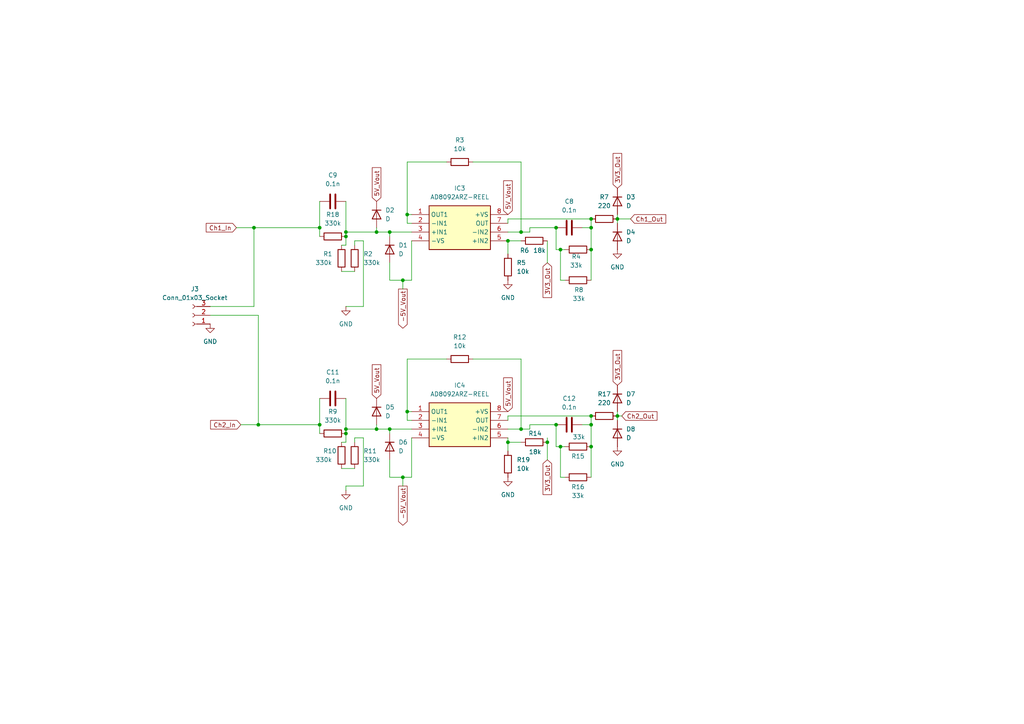
<source format=kicad_sch>
(kicad_sch
	(version 20231120)
	(generator "eeschema")
	(generator_version "8.0")
	(uuid "d1934a92-13ba-4ec7-ab51-543ad051823b")
	(paper "A4")
	(lib_symbols
		(symbol "AD8092:AD8092ARZ-REEL"
			(exclude_from_sim no)
			(in_bom yes)
			(on_board yes)
			(property "Reference" "IC"
				(at 24.13 7.62 0)
				(effects
					(font
						(size 1.27 1.27)
					)
					(justify left top)
				)
			)
			(property "Value" "AD8092ARZ-REEL"
				(at 24.13 5.08 0)
				(effects
					(font
						(size 1.27 1.27)
					)
					(justify left top)
				)
			)
			(property "Footprint" "SOIC127P600X175-8N"
				(at 24.13 -94.92 0)
				(effects
					(font
						(size 1.27 1.27)
					)
					(justify left top)
					(hide yes)
				)
			)
			(property "Datasheet" "https://componentsearchengine.com/Datasheets/1/AD8092ARZ-REEL.pdf"
				(at 24.13 -194.92 0)
				(effects
					(font
						(size 1.27 1.27)
					)
					(justify left top)
					(hide yes)
				)
			)
			(property "Description" "High Speed Operational Amplifiers SOIC Dual 200MHz L/C Rail-to-Rail Amp"
				(at 0 0 0)
				(effects
					(font
						(size 1.27 1.27)
					)
					(hide yes)
				)
			)
			(property "Height" "1.75"
				(at 24.13 -394.92 0)
				(effects
					(font
						(size 1.27 1.27)
					)
					(justify left top)
					(hide yes)
				)
			)
			(property "Mouser Part Number" "584-AD8092ARZ-R"
				(at 24.13 -494.92 0)
				(effects
					(font
						(size 1.27 1.27)
					)
					(justify left top)
					(hide yes)
				)
			)
			(property "Mouser Price/Stock" "https://www.mouser.co.uk/ProductDetail/Analog-Devices/AD8092ARZ-REEL?qs=%2FtpEQrCGXCy5nMGuN1q61A%3D%3D"
				(at 24.13 -594.92 0)
				(effects
					(font
						(size 1.27 1.27)
					)
					(justify left top)
					(hide yes)
				)
			)
			(property "Manufacturer_Name" "Analog Devices"
				(at 24.13 -694.92 0)
				(effects
					(font
						(size 1.27 1.27)
					)
					(justify left top)
					(hide yes)
				)
			)
			(property "Manufacturer_Part_Number" "AD8092ARZ-REEL"
				(at 24.13 -794.92 0)
				(effects
					(font
						(size 1.27 1.27)
					)
					(justify left top)
					(hide yes)
				)
			)
			(symbol "AD8092ARZ-REEL_1_1"
				(rectangle
					(start 5.08 2.54)
					(end 22.86 -10.16)
					(stroke
						(width 0.254)
						(type default)
					)
					(fill
						(type background)
					)
				)
				(pin passive line
					(at 0 0 0)
					(length 5.08)
					(name "OUT1"
						(effects
							(font
								(size 1.27 1.27)
							)
						)
					)
					(number "1"
						(effects
							(font
								(size 1.27 1.27)
							)
						)
					)
				)
				(pin passive line
					(at 0 -2.54 0)
					(length 5.08)
					(name "-IN1"
						(effects
							(font
								(size 1.27 1.27)
							)
						)
					)
					(number "2"
						(effects
							(font
								(size 1.27 1.27)
							)
						)
					)
				)
				(pin passive line
					(at 0 -5.08 0)
					(length 5.08)
					(name "+IN1"
						(effects
							(font
								(size 1.27 1.27)
							)
						)
					)
					(number "3"
						(effects
							(font
								(size 1.27 1.27)
							)
						)
					)
				)
				(pin passive line
					(at 0 -7.62 0)
					(length 5.08)
					(name "-VS"
						(effects
							(font
								(size 1.27 1.27)
							)
						)
					)
					(number "4"
						(effects
							(font
								(size 1.27 1.27)
							)
						)
					)
				)
				(pin passive line
					(at 27.94 -7.62 180)
					(length 5.08)
					(name "+IN2"
						(effects
							(font
								(size 1.27 1.27)
							)
						)
					)
					(number "5"
						(effects
							(font
								(size 1.27 1.27)
							)
						)
					)
				)
				(pin passive line
					(at 27.94 -5.08 180)
					(length 5.08)
					(name "-IN2"
						(effects
							(font
								(size 1.27 1.27)
							)
						)
					)
					(number "6"
						(effects
							(font
								(size 1.27 1.27)
							)
						)
					)
				)
				(pin passive line
					(at 27.94 -2.54 180)
					(length 5.08)
					(name "OUT"
						(effects
							(font
								(size 1.27 1.27)
							)
						)
					)
					(number "7"
						(effects
							(font
								(size 1.27 1.27)
							)
						)
					)
				)
				(pin passive line
					(at 27.94 0 180)
					(length 5.08)
					(name "+VS"
						(effects
							(font
								(size 1.27 1.27)
							)
						)
					)
					(number "8"
						(effects
							(font
								(size 1.27 1.27)
							)
						)
					)
				)
			)
		)
		(symbol "Connector:Conn_01x03_Socket"
			(pin_names
				(offset 1.016) hide)
			(exclude_from_sim no)
			(in_bom yes)
			(on_board yes)
			(property "Reference" "J"
				(at 0 5.08 0)
				(effects
					(font
						(size 1.27 1.27)
					)
				)
			)
			(property "Value" "Conn_01x03_Socket"
				(at 0 -5.08 0)
				(effects
					(font
						(size 1.27 1.27)
					)
				)
			)
			(property "Footprint" ""
				(at 0 0 0)
				(effects
					(font
						(size 1.27 1.27)
					)
					(hide yes)
				)
			)
			(property "Datasheet" "~"
				(at 0 0 0)
				(effects
					(font
						(size 1.27 1.27)
					)
					(hide yes)
				)
			)
			(property "Description" "Generic connector, single row, 01x03, script generated"
				(at 0 0 0)
				(effects
					(font
						(size 1.27 1.27)
					)
					(hide yes)
				)
			)
			(property "ki_locked" ""
				(at 0 0 0)
				(effects
					(font
						(size 1.27 1.27)
					)
				)
			)
			(property "ki_keywords" "connector"
				(at 0 0 0)
				(effects
					(font
						(size 1.27 1.27)
					)
					(hide yes)
				)
			)
			(property "ki_fp_filters" "Connector*:*_1x??_*"
				(at 0 0 0)
				(effects
					(font
						(size 1.27 1.27)
					)
					(hide yes)
				)
			)
			(symbol "Conn_01x03_Socket_1_1"
				(arc
					(start 0 -2.032)
					(mid -0.5058 -2.54)
					(end 0 -3.048)
					(stroke
						(width 0.1524)
						(type default)
					)
					(fill
						(type none)
					)
				)
				(polyline
					(pts
						(xy -1.27 -2.54) (xy -0.508 -2.54)
					)
					(stroke
						(width 0.1524)
						(type default)
					)
					(fill
						(type none)
					)
				)
				(polyline
					(pts
						(xy -1.27 0) (xy -0.508 0)
					)
					(stroke
						(width 0.1524)
						(type default)
					)
					(fill
						(type none)
					)
				)
				(polyline
					(pts
						(xy -1.27 2.54) (xy -0.508 2.54)
					)
					(stroke
						(width 0.1524)
						(type default)
					)
					(fill
						(type none)
					)
				)
				(arc
					(start 0 0.508)
					(mid -0.5058 0)
					(end 0 -0.508)
					(stroke
						(width 0.1524)
						(type default)
					)
					(fill
						(type none)
					)
				)
				(arc
					(start 0 3.048)
					(mid -0.5058 2.54)
					(end 0 2.032)
					(stroke
						(width 0.1524)
						(type default)
					)
					(fill
						(type none)
					)
				)
				(pin passive line
					(at -5.08 2.54 0)
					(length 3.81)
					(name "Pin_1"
						(effects
							(font
								(size 1.27 1.27)
							)
						)
					)
					(number "1"
						(effects
							(font
								(size 1.27 1.27)
							)
						)
					)
				)
				(pin passive line
					(at -5.08 0 0)
					(length 3.81)
					(name "Pin_2"
						(effects
							(font
								(size 1.27 1.27)
							)
						)
					)
					(number "2"
						(effects
							(font
								(size 1.27 1.27)
							)
						)
					)
				)
				(pin passive line
					(at -5.08 -2.54 0)
					(length 3.81)
					(name "Pin_3"
						(effects
							(font
								(size 1.27 1.27)
							)
						)
					)
					(number "3"
						(effects
							(font
								(size 1.27 1.27)
							)
						)
					)
				)
			)
		)
		(symbol "Device:C"
			(pin_numbers hide)
			(pin_names
				(offset 0.254)
			)
			(exclude_from_sim no)
			(in_bom yes)
			(on_board yes)
			(property "Reference" "C"
				(at 0.635 2.54 0)
				(effects
					(font
						(size 1.27 1.27)
					)
					(justify left)
				)
			)
			(property "Value" "C"
				(at 0.635 -2.54 0)
				(effects
					(font
						(size 1.27 1.27)
					)
					(justify left)
				)
			)
			(property "Footprint" ""
				(at 0.9652 -3.81 0)
				(effects
					(font
						(size 1.27 1.27)
					)
					(hide yes)
				)
			)
			(property "Datasheet" "~"
				(at 0 0 0)
				(effects
					(font
						(size 1.27 1.27)
					)
					(hide yes)
				)
			)
			(property "Description" "Unpolarized capacitor"
				(at 0 0 0)
				(effects
					(font
						(size 1.27 1.27)
					)
					(hide yes)
				)
			)
			(property "ki_keywords" "cap capacitor"
				(at 0 0 0)
				(effects
					(font
						(size 1.27 1.27)
					)
					(hide yes)
				)
			)
			(property "ki_fp_filters" "C_*"
				(at 0 0 0)
				(effects
					(font
						(size 1.27 1.27)
					)
					(hide yes)
				)
			)
			(symbol "C_0_1"
				(polyline
					(pts
						(xy -2.032 -0.762) (xy 2.032 -0.762)
					)
					(stroke
						(width 0.508)
						(type default)
					)
					(fill
						(type none)
					)
				)
				(polyline
					(pts
						(xy -2.032 0.762) (xy 2.032 0.762)
					)
					(stroke
						(width 0.508)
						(type default)
					)
					(fill
						(type none)
					)
				)
			)
			(symbol "C_1_1"
				(pin passive line
					(at 0 3.81 270)
					(length 2.794)
					(name "~"
						(effects
							(font
								(size 1.27 1.27)
							)
						)
					)
					(number "1"
						(effects
							(font
								(size 1.27 1.27)
							)
						)
					)
				)
				(pin passive line
					(at 0 -3.81 90)
					(length 2.794)
					(name "~"
						(effects
							(font
								(size 1.27 1.27)
							)
						)
					)
					(number "2"
						(effects
							(font
								(size 1.27 1.27)
							)
						)
					)
				)
			)
		)
		(symbol "Device:D"
			(pin_numbers hide)
			(pin_names
				(offset 1.016) hide)
			(exclude_from_sim no)
			(in_bom yes)
			(on_board yes)
			(property "Reference" "D"
				(at 0 2.54 0)
				(effects
					(font
						(size 1.27 1.27)
					)
				)
			)
			(property "Value" "D"
				(at 0 -2.54 0)
				(effects
					(font
						(size 1.27 1.27)
					)
				)
			)
			(property "Footprint" ""
				(at 0 0 0)
				(effects
					(font
						(size 1.27 1.27)
					)
					(hide yes)
				)
			)
			(property "Datasheet" "~"
				(at 0 0 0)
				(effects
					(font
						(size 1.27 1.27)
					)
					(hide yes)
				)
			)
			(property "Description" "Diode"
				(at 0 0 0)
				(effects
					(font
						(size 1.27 1.27)
					)
					(hide yes)
				)
			)
			(property "Sim.Device" "D"
				(at 0 0 0)
				(effects
					(font
						(size 1.27 1.27)
					)
					(hide yes)
				)
			)
			(property "Sim.Pins" "1=K 2=A"
				(at 0 0 0)
				(effects
					(font
						(size 1.27 1.27)
					)
					(hide yes)
				)
			)
			(property "ki_keywords" "diode"
				(at 0 0 0)
				(effects
					(font
						(size 1.27 1.27)
					)
					(hide yes)
				)
			)
			(property "ki_fp_filters" "TO-???* *_Diode_* *SingleDiode* D_*"
				(at 0 0 0)
				(effects
					(font
						(size 1.27 1.27)
					)
					(hide yes)
				)
			)
			(symbol "D_0_1"
				(polyline
					(pts
						(xy -1.27 1.27) (xy -1.27 -1.27)
					)
					(stroke
						(width 0.254)
						(type default)
					)
					(fill
						(type none)
					)
				)
				(polyline
					(pts
						(xy 1.27 0) (xy -1.27 0)
					)
					(stroke
						(width 0)
						(type default)
					)
					(fill
						(type none)
					)
				)
				(polyline
					(pts
						(xy 1.27 1.27) (xy 1.27 -1.27) (xy -1.27 0) (xy 1.27 1.27)
					)
					(stroke
						(width 0.254)
						(type default)
					)
					(fill
						(type none)
					)
				)
			)
			(symbol "D_1_1"
				(pin passive line
					(at -3.81 0 0)
					(length 2.54)
					(name "K"
						(effects
							(font
								(size 1.27 1.27)
							)
						)
					)
					(number "1"
						(effects
							(font
								(size 1.27 1.27)
							)
						)
					)
				)
				(pin passive line
					(at 3.81 0 180)
					(length 2.54)
					(name "A"
						(effects
							(font
								(size 1.27 1.27)
							)
						)
					)
					(number "2"
						(effects
							(font
								(size 1.27 1.27)
							)
						)
					)
				)
			)
		)
		(symbol "Device:R"
			(pin_numbers hide)
			(pin_names
				(offset 0)
			)
			(exclude_from_sim no)
			(in_bom yes)
			(on_board yes)
			(property "Reference" "R"
				(at 2.032 0 90)
				(effects
					(font
						(size 1.27 1.27)
					)
				)
			)
			(property "Value" "R"
				(at 0 0 90)
				(effects
					(font
						(size 1.27 1.27)
					)
				)
			)
			(property "Footprint" ""
				(at -1.778 0 90)
				(effects
					(font
						(size 1.27 1.27)
					)
					(hide yes)
				)
			)
			(property "Datasheet" "~"
				(at 0 0 0)
				(effects
					(font
						(size 1.27 1.27)
					)
					(hide yes)
				)
			)
			(property "Description" "Resistor"
				(at 0 0 0)
				(effects
					(font
						(size 1.27 1.27)
					)
					(hide yes)
				)
			)
			(property "ki_keywords" "R res resistor"
				(at 0 0 0)
				(effects
					(font
						(size 1.27 1.27)
					)
					(hide yes)
				)
			)
			(property "ki_fp_filters" "R_*"
				(at 0 0 0)
				(effects
					(font
						(size 1.27 1.27)
					)
					(hide yes)
				)
			)
			(symbol "R_0_1"
				(rectangle
					(start -1.016 -2.54)
					(end 1.016 2.54)
					(stroke
						(width 0.254)
						(type default)
					)
					(fill
						(type none)
					)
				)
			)
			(symbol "R_1_1"
				(pin passive line
					(at 0 3.81 270)
					(length 1.27)
					(name "~"
						(effects
							(font
								(size 1.27 1.27)
							)
						)
					)
					(number "1"
						(effects
							(font
								(size 1.27 1.27)
							)
						)
					)
				)
				(pin passive line
					(at 0 -3.81 90)
					(length 1.27)
					(name "~"
						(effects
							(font
								(size 1.27 1.27)
							)
						)
					)
					(number "2"
						(effects
							(font
								(size 1.27 1.27)
							)
						)
					)
				)
			)
		)
		(symbol "power:GND"
			(power)
			(pin_numbers hide)
			(pin_names
				(offset 0) hide)
			(exclude_from_sim no)
			(in_bom yes)
			(on_board yes)
			(property "Reference" "#PWR"
				(at 0 -6.35 0)
				(effects
					(font
						(size 1.27 1.27)
					)
					(hide yes)
				)
			)
			(property "Value" "GND"
				(at 0 -3.81 0)
				(effects
					(font
						(size 1.27 1.27)
					)
				)
			)
			(property "Footprint" ""
				(at 0 0 0)
				(effects
					(font
						(size 1.27 1.27)
					)
					(hide yes)
				)
			)
			(property "Datasheet" ""
				(at 0 0 0)
				(effects
					(font
						(size 1.27 1.27)
					)
					(hide yes)
				)
			)
			(property "Description" "Power symbol creates a global label with name \"GND\" , ground"
				(at 0 0 0)
				(effects
					(font
						(size 1.27 1.27)
					)
					(hide yes)
				)
			)
			(property "ki_keywords" "global power"
				(at 0 0 0)
				(effects
					(font
						(size 1.27 1.27)
					)
					(hide yes)
				)
			)
			(symbol "GND_0_1"
				(polyline
					(pts
						(xy 0 0) (xy 0 -1.27) (xy 1.27 -1.27) (xy 0 -2.54) (xy -1.27 -1.27) (xy 0 -1.27)
					)
					(stroke
						(width 0)
						(type default)
					)
					(fill
						(type none)
					)
				)
			)
			(symbol "GND_1_1"
				(pin power_in line
					(at 0 0 270)
					(length 0)
					(name "~"
						(effects
							(font
								(size 1.27 1.27)
							)
						)
					)
					(number "1"
						(effects
							(font
								(size 1.27 1.27)
							)
						)
					)
				)
			)
		)
	)
	(junction
		(at 171.45 63.5)
		(diameter 0)
		(color 0 0 0 0)
		(uuid "0718c7a1-b7b5-4a48-b3a4-9206f9af4277")
	)
	(junction
		(at 162.56 72.39)
		(diameter 0)
		(color 0 0 0 0)
		(uuid "081acb27-658a-4cb2-bab8-990005e6a6ee")
	)
	(junction
		(at 171.45 123.19)
		(diameter 0)
		(color 0 0 0 0)
		(uuid "0ffde386-9bea-4caf-a732-ce1659558101")
	)
	(junction
		(at 109.22 124.46)
		(diameter 0)
		(color 0 0 0 0)
		(uuid "135ea190-9c4e-40bd-b444-5e10da62db0d")
	)
	(junction
		(at 109.22 67.31)
		(diameter 0)
		(color 0 0 0 0)
		(uuid "1471afb8-a739-4969-9e2e-49a3c851581a")
	)
	(junction
		(at 171.45 72.39)
		(diameter 0)
		(color 0 0 0 0)
		(uuid "199ac4d7-8054-451e-bac7-52e3723d106b")
	)
	(junction
		(at 171.45 66.04)
		(diameter 0)
		(color 0 0 0 0)
		(uuid "1a9a1052-72b1-4362-8d0a-324b13348ec2")
	)
	(junction
		(at 118.11 62.23)
		(diameter 0)
		(color 0 0 0 0)
		(uuid "2ff99b16-d576-42f8-bb44-4dfb15b0b6d3")
	)
	(junction
		(at 147.32 69.85)
		(diameter 0)
		(color 0 0 0 0)
		(uuid "38d31c7e-7f07-496a-ad59-786f10a7e26d")
	)
	(junction
		(at 100.33 68.58)
		(diameter 0)
		(color 0 0 0 0)
		(uuid "38ea7d40-a859-49c9-9dbd-9dd30a7c8917")
	)
	(junction
		(at 92.71 123.19)
		(diameter 0)
		(color 0 0 0 0)
		(uuid "45a4d766-99c7-4b76-b359-82d0826f10ad")
	)
	(junction
		(at 151.13 67.31)
		(diameter 0)
		(color 0 0 0 0)
		(uuid "5217c2aa-d791-40b6-8a3e-09fcfd0ecfce")
	)
	(junction
		(at 100.33 67.31)
		(diameter 0)
		(color 0 0 0 0)
		(uuid "545300f1-db0b-48a5-acd6-df2e36ee9308")
	)
	(junction
		(at 179.07 63.5)
		(diameter 0)
		(color 0 0 0 0)
		(uuid "6386945e-cb6d-4c56-b96f-3f3e54cee897")
	)
	(junction
		(at 118.11 119.38)
		(diameter 0)
		(color 0 0 0 0)
		(uuid "67894ecb-217b-4584-9717-472e8815b94a")
	)
	(junction
		(at 100.33 124.46)
		(diameter 0)
		(color 0 0 0 0)
		(uuid "67bb0c23-b3c6-45bf-96b2-1c2832c7b41f")
	)
	(junction
		(at 100.33 125.73)
		(diameter 0)
		(color 0 0 0 0)
		(uuid "6e94e459-3ef3-4861-8c38-42931e99d10a")
	)
	(junction
		(at 74.93 123.19)
		(diameter 0)
		(color 0 0 0 0)
		(uuid "7139aae8-a444-4292-9872-f8a37222b697")
	)
	(junction
		(at 162.56 129.54)
		(diameter 0)
		(color 0 0 0 0)
		(uuid "76c7a624-e0f3-479e-b268-fdee0e096345")
	)
	(junction
		(at 161.29 66.04)
		(diameter 0)
		(color 0 0 0 0)
		(uuid "8f88f8d1-acc2-41e2-93d3-6cc8ad49e68d")
	)
	(junction
		(at 116.84 138.43)
		(diameter 0)
		(color 0 0 0 0)
		(uuid "91bd6fa7-5b87-478e-ad91-f94eeda8ea00")
	)
	(junction
		(at 179.07 120.65)
		(diameter 0)
		(color 0 0 0 0)
		(uuid "a513fb36-f661-4386-a3e0-324ecd5c6cf4")
	)
	(junction
		(at 147.32 128.27)
		(diameter 0)
		(color 0 0 0 0)
		(uuid "af74db00-8fe7-41dc-8573-dc06387676da")
	)
	(junction
		(at 171.45 120.65)
		(diameter 0)
		(color 0 0 0 0)
		(uuid "b2585218-0047-4744-a7bd-6c00e4f13102")
	)
	(junction
		(at 113.03 67.31)
		(diameter 0)
		(color 0 0 0 0)
		(uuid "b58c0cab-11a7-484a-ba80-bb3803837658")
	)
	(junction
		(at 171.45 129.54)
		(diameter 0)
		(color 0 0 0 0)
		(uuid "ba5d2bac-5326-4402-a183-7d553992a7c3")
	)
	(junction
		(at 158.75 128.27)
		(diameter 0)
		(color 0 0 0 0)
		(uuid "cb5655c7-25c7-4231-aae6-ef06199049a9")
	)
	(junction
		(at 151.13 124.46)
		(diameter 0)
		(color 0 0 0 0)
		(uuid "d055984b-dc20-4ee0-a664-997ee4a106b7")
	)
	(junction
		(at 73.66 66.04)
		(diameter 0)
		(color 0 0 0 0)
		(uuid "d2c80119-2c24-44e5-b09e-4bd6b302f2ea")
	)
	(junction
		(at 116.84 81.28)
		(diameter 0)
		(color 0 0 0 0)
		(uuid "ed247f2d-6a99-4664-a8f2-44c92ddd3c72")
	)
	(junction
		(at 113.03 124.46)
		(diameter 0)
		(color 0 0 0 0)
		(uuid "eeb2dd3b-9635-4637-94d7-fb133a35351a")
	)
	(junction
		(at 161.29 123.19)
		(diameter 0)
		(color 0 0 0 0)
		(uuid "f17a49f1-7225-455b-a598-5f5de910421f")
	)
	(junction
		(at 92.71 66.04)
		(diameter 0)
		(color 0 0 0 0)
		(uuid "f82f3906-27ae-4c91-8ea2-30272f9f0f08")
	)
	(wire
		(pts
			(xy 74.93 123.19) (xy 92.71 123.19)
		)
		(stroke
			(width 0)
			(type default)
		)
		(uuid "0487fb5a-3d18-407f-a496-a4744433b264")
	)
	(wire
		(pts
			(xy 92.71 123.19) (xy 92.71 125.73)
		)
		(stroke
			(width 0)
			(type default)
		)
		(uuid "06e4aec1-09be-4310-93a0-0e62d5a60091")
	)
	(wire
		(pts
			(xy 118.11 104.14) (xy 118.11 119.38)
		)
		(stroke
			(width 0)
			(type default)
		)
		(uuid "0a316d41-a92f-4636-a32b-03fc8c895d09")
	)
	(wire
		(pts
			(xy 118.11 121.92) (xy 119.38 121.92)
		)
		(stroke
			(width 0)
			(type default)
		)
		(uuid "0c9f60c7-daa5-4340-a4d9-5ff231994c6c")
	)
	(wire
		(pts
			(xy 153.67 67.31) (xy 151.13 67.31)
		)
		(stroke
			(width 0)
			(type default)
		)
		(uuid "151cffc6-88bb-4f12-aeaa-8ade6e7c3eeb")
	)
	(wire
		(pts
			(xy 100.33 125.73) (xy 100.33 128.27)
		)
		(stroke
			(width 0)
			(type default)
		)
		(uuid "156482fe-75ab-4f39-8961-48a72680d8e4")
	)
	(wire
		(pts
			(xy 100.33 58.42) (xy 100.33 67.31)
		)
		(stroke
			(width 0)
			(type default)
		)
		(uuid "16ae6547-2eb6-4ccf-ba3c-09f7fea72609")
	)
	(wire
		(pts
			(xy 99.06 135.89) (xy 102.87 135.89)
		)
		(stroke
			(width 0)
			(type default)
		)
		(uuid "1d1d624d-4f07-4a6b-8deb-d043d021f7cc")
	)
	(wire
		(pts
			(xy 118.11 46.99) (xy 118.11 62.23)
		)
		(stroke
			(width 0)
			(type default)
		)
		(uuid "1d7143e8-f3e9-48ee-b8fc-a4f893a64ba9")
	)
	(wire
		(pts
			(xy 105.41 140.97) (xy 100.33 140.97)
		)
		(stroke
			(width 0)
			(type default)
		)
		(uuid "1f127fe2-12e1-4d0d-9c4e-8fa3b1e14a1b")
	)
	(wire
		(pts
			(xy 147.32 120.65) (xy 147.32 121.92)
		)
		(stroke
			(width 0)
			(type default)
		)
		(uuid "25b35548-d63e-427e-8791-fdd66e4b81ca")
	)
	(wire
		(pts
			(xy 151.13 124.46) (xy 151.13 104.14)
		)
		(stroke
			(width 0)
			(type default)
		)
		(uuid "2876e0c1-6594-4e49-8278-b533df48bc60")
	)
	(wire
		(pts
			(xy 151.13 67.31) (xy 151.13 46.99)
		)
		(stroke
			(width 0)
			(type default)
		)
		(uuid "2d3a3c60-8424-47c4-b68b-0695e8aaafea")
	)
	(wire
		(pts
			(xy 158.75 128.27) (xy 158.75 127)
		)
		(stroke
			(width 0)
			(type default)
		)
		(uuid "2da06b35-9cd8-4843-8dc4-9dcdbf496998")
	)
	(wire
		(pts
			(xy 161.29 72.39) (xy 162.56 72.39)
		)
		(stroke
			(width 0)
			(type default)
		)
		(uuid "2e08743f-73c9-4e22-893b-2fd8f2e78391")
	)
	(wire
		(pts
			(xy 158.75 76.2) (xy 158.75 69.85)
		)
		(stroke
			(width 0)
			(type default)
		)
		(uuid "3193e90f-3c27-4620-bcba-c586b129a236")
	)
	(wire
		(pts
			(xy 102.87 69.85) (xy 102.87 71.12)
		)
		(stroke
			(width 0)
			(type default)
		)
		(uuid "33832d56-0904-4c8d-83ec-5b81defa24b8")
	)
	(wire
		(pts
			(xy 118.11 119.38) (xy 119.38 119.38)
		)
		(stroke
			(width 0)
			(type default)
		)
		(uuid "3426e902-627e-4030-817e-04863c4a2f14")
	)
	(wire
		(pts
			(xy 158.75 133.35) (xy 158.75 128.27)
		)
		(stroke
			(width 0)
			(type default)
		)
		(uuid "35b2a682-5bc3-41e6-b95d-25f1d7682b02")
	)
	(wire
		(pts
			(xy 171.45 72.39) (xy 171.45 81.28)
		)
		(stroke
			(width 0)
			(type default)
		)
		(uuid "36045d7a-edbb-452e-834f-976101baa0d1")
	)
	(wire
		(pts
			(xy 113.03 124.46) (xy 119.38 124.46)
		)
		(stroke
			(width 0)
			(type default)
		)
		(uuid "364f9324-54a0-48b6-9135-e66e61266300")
	)
	(wire
		(pts
			(xy 161.29 72.39) (xy 161.29 66.04)
		)
		(stroke
			(width 0)
			(type default)
		)
		(uuid "396b81b7-116b-4da1-be5d-95355930760d")
	)
	(wire
		(pts
			(xy 116.84 81.28) (xy 119.38 81.28)
		)
		(stroke
			(width 0)
			(type default)
		)
		(uuid "3c85d7ce-af68-4b5d-afa6-05fb379cd984")
	)
	(wire
		(pts
			(xy 179.07 64.77) (xy 179.07 63.5)
		)
		(stroke
			(width 0)
			(type default)
		)
		(uuid "3feb249c-6e80-4e28-b435-8e1176be3a29")
	)
	(wire
		(pts
			(xy 73.66 88.9) (xy 73.66 66.04)
		)
		(stroke
			(width 0)
			(type default)
		)
		(uuid "43ca9ef3-bafc-4fd2-b106-43dade8aa29b")
	)
	(wire
		(pts
			(xy 147.32 69.85) (xy 147.32 73.66)
		)
		(stroke
			(width 0)
			(type default)
		)
		(uuid "4467fbe5-b750-46a2-9839-2c2dcf056795")
	)
	(wire
		(pts
			(xy 113.03 67.31) (xy 113.03 68.58)
		)
		(stroke
			(width 0)
			(type default)
		)
		(uuid "4746e734-8744-42b9-8815-0e170a468708")
	)
	(wire
		(pts
			(xy 113.03 133.35) (xy 113.03 138.43)
		)
		(stroke
			(width 0)
			(type default)
		)
		(uuid "489801b5-11db-41e3-a150-9b0af18e4060")
	)
	(wire
		(pts
			(xy 99.06 78.74) (xy 102.87 78.74)
		)
		(stroke
			(width 0)
			(type default)
		)
		(uuid "4afdf1a1-a3da-44cd-b7b9-e316714b2cfb")
	)
	(wire
		(pts
			(xy 147.32 127) (xy 147.32 128.27)
		)
		(stroke
			(width 0)
			(type default)
		)
		(uuid "4baf3c32-660b-4b84-a6b3-cb34731724a3")
	)
	(wire
		(pts
			(xy 179.07 119.38) (xy 179.07 120.65)
		)
		(stroke
			(width 0)
			(type default)
		)
		(uuid "4f1beaf3-b235-4dde-a5cb-276dc2bddf5a")
	)
	(wire
		(pts
			(xy 179.07 120.65) (xy 180.34 120.65)
		)
		(stroke
			(width 0)
			(type default)
		)
		(uuid "55314a91-ef1b-4eaa-9ab9-13d7a14b6bc5")
	)
	(wire
		(pts
			(xy 102.87 127) (xy 105.41 127)
		)
		(stroke
			(width 0)
			(type default)
		)
		(uuid "5b424a42-073c-452e-90fc-8643bf581e6a")
	)
	(wire
		(pts
			(xy 100.33 68.58) (xy 100.33 71.12)
		)
		(stroke
			(width 0)
			(type default)
		)
		(uuid "5dcb6d35-95e3-41d0-8aba-15eb0a708c02")
	)
	(wire
		(pts
			(xy 162.56 72.39) (xy 162.56 81.28)
		)
		(stroke
			(width 0)
			(type default)
		)
		(uuid "5de8eac6-0863-4126-9470-04d31424e850")
	)
	(wire
		(pts
			(xy 153.67 124.46) (xy 151.13 124.46)
		)
		(stroke
			(width 0)
			(type default)
		)
		(uuid "641c0aec-c738-4861-b3c2-969d43dd6c79")
	)
	(wire
		(pts
			(xy 153.67 123.19) (xy 153.67 124.46)
		)
		(stroke
			(width 0)
			(type default)
		)
		(uuid "648e4d59-b291-401c-81e4-e18a7956277d")
	)
	(wire
		(pts
			(xy 147.32 120.65) (xy 171.45 120.65)
		)
		(stroke
			(width 0)
			(type default)
		)
		(uuid "65c6e129-ced3-4441-bdde-a45b50cb79ed")
	)
	(wire
		(pts
			(xy 119.38 138.43) (xy 119.38 127)
		)
		(stroke
			(width 0)
			(type default)
		)
		(uuid "65f40e42-75d2-4ebe-88dc-974dc85c638f")
	)
	(wire
		(pts
			(xy 113.03 124.46) (xy 113.03 125.73)
		)
		(stroke
			(width 0)
			(type default)
		)
		(uuid "67b59161-6fd5-46fa-9829-c5c2122bb5e2")
	)
	(wire
		(pts
			(xy 151.13 104.14) (xy 137.16 104.14)
		)
		(stroke
			(width 0)
			(type default)
		)
		(uuid "6b00c8dc-9c28-4944-b96b-3f50eb866306")
	)
	(wire
		(pts
			(xy 102.87 69.85) (xy 105.41 69.85)
		)
		(stroke
			(width 0)
			(type default)
		)
		(uuid "6ca11888-fdc1-425e-8691-894e51abd278")
	)
	(wire
		(pts
			(xy 118.11 62.23) (xy 119.38 62.23)
		)
		(stroke
			(width 0)
			(type default)
		)
		(uuid "6e3bf7d1-bbc1-40bb-a90c-6691236f4a8d")
	)
	(wire
		(pts
			(xy 151.13 46.99) (xy 137.16 46.99)
		)
		(stroke
			(width 0)
			(type default)
		)
		(uuid "71a6ba2b-4780-4aac-b104-d85fe25a2950")
	)
	(wire
		(pts
			(xy 92.71 66.04) (xy 92.71 68.58)
		)
		(stroke
			(width 0)
			(type default)
		)
		(uuid "71aebd3a-759a-4629-ae32-698c2376208f")
	)
	(wire
		(pts
			(xy 129.54 104.14) (xy 118.11 104.14)
		)
		(stroke
			(width 0)
			(type default)
		)
		(uuid "7a3da03b-aa2e-452f-af30-b0b778ebdf4e")
	)
	(wire
		(pts
			(xy 161.29 129.54) (xy 162.56 129.54)
		)
		(stroke
			(width 0)
			(type default)
		)
		(uuid "7f890875-a1c7-423e-b9d3-201a159e6a2f")
	)
	(wire
		(pts
			(xy 109.22 123.19) (xy 109.22 124.46)
		)
		(stroke
			(width 0)
			(type default)
		)
		(uuid "827ca05e-413e-4e8b-8921-5c9f059e2f4e")
	)
	(wire
		(pts
			(xy 161.29 123.19) (xy 153.67 123.19)
		)
		(stroke
			(width 0)
			(type default)
		)
		(uuid "856d2e31-8c13-40ce-aa0d-d53215552917")
	)
	(wire
		(pts
			(xy 100.33 115.57) (xy 100.33 124.46)
		)
		(stroke
			(width 0)
			(type default)
		)
		(uuid "89670fd0-0b7c-438d-a5a8-81fc739a4b83")
	)
	(wire
		(pts
			(xy 69.85 123.19) (xy 74.93 123.19)
		)
		(stroke
			(width 0)
			(type default)
		)
		(uuid "89915b04-db03-429b-8f92-15155c7f9a8a")
	)
	(wire
		(pts
			(xy 116.84 83.82) (xy 116.84 81.28)
		)
		(stroke
			(width 0)
			(type default)
		)
		(uuid "8ab72ddf-5216-4860-b768-4499338dbd08")
	)
	(wire
		(pts
			(xy 162.56 129.54) (xy 163.83 129.54)
		)
		(stroke
			(width 0)
			(type default)
		)
		(uuid "8d10781c-984b-4465-aaf7-e95a9c5aaf51")
	)
	(wire
		(pts
			(xy 179.07 121.92) (xy 179.07 120.65)
		)
		(stroke
			(width 0)
			(type default)
		)
		(uuid "900d6304-0c62-4318-adcc-7944421302c9")
	)
	(wire
		(pts
			(xy 109.22 66.04) (xy 109.22 67.31)
		)
		(stroke
			(width 0)
			(type default)
		)
		(uuid "91fd8103-898c-45e6-bc68-0e2dfad3c68e")
	)
	(wire
		(pts
			(xy 129.54 46.99) (xy 118.11 46.99)
		)
		(stroke
			(width 0)
			(type default)
		)
		(uuid "94b29d74-4234-4724-afff-b3f34ba447c9")
	)
	(wire
		(pts
			(xy 60.96 88.9) (xy 73.66 88.9)
		)
		(stroke
			(width 0)
			(type default)
		)
		(uuid "94d522e8-e06f-4251-8041-5e8519621906")
	)
	(wire
		(pts
			(xy 100.33 67.31) (xy 109.22 67.31)
		)
		(stroke
			(width 0)
			(type default)
		)
		(uuid "978e67c2-7490-4e3f-baa6-8381ca11d645")
	)
	(wire
		(pts
			(xy 113.03 67.31) (xy 119.38 67.31)
		)
		(stroke
			(width 0)
			(type default)
		)
		(uuid "97a2c804-2882-401d-a6f0-34ae319a72a6")
	)
	(wire
		(pts
			(xy 73.66 66.04) (xy 92.71 66.04)
		)
		(stroke
			(width 0)
			(type default)
		)
		(uuid "9b277006-c254-4791-ac3e-2c699ffa0004")
	)
	(wire
		(pts
			(xy 113.03 124.46) (xy 109.22 124.46)
		)
		(stroke
			(width 0)
			(type default)
		)
		(uuid "9c5b8ab1-37c8-4b49-ac2f-0cc6e0ce512e")
	)
	(wire
		(pts
			(xy 60.96 91.44) (xy 74.93 91.44)
		)
		(stroke
			(width 0)
			(type default)
		)
		(uuid "a2b897fe-ed10-45db-bfc0-7132ac9cdc08")
	)
	(wire
		(pts
			(xy 68.58 66.04) (xy 73.66 66.04)
		)
		(stroke
			(width 0)
			(type default)
		)
		(uuid "a31415f2-0fd4-4b37-97ee-985c2564a586")
	)
	(wire
		(pts
			(xy 116.84 138.43) (xy 119.38 138.43)
		)
		(stroke
			(width 0)
			(type default)
		)
		(uuid "a3f67465-00a6-4af4-9369-f96968c23b9e")
	)
	(wire
		(pts
			(xy 113.03 76.2) (xy 113.03 81.28)
		)
		(stroke
			(width 0)
			(type default)
		)
		(uuid "a57e7198-e0e8-4012-b019-87d8f2018c8a")
	)
	(wire
		(pts
			(xy 161.29 129.54) (xy 161.29 123.19)
		)
		(stroke
			(width 0)
			(type default)
		)
		(uuid "a67d0101-6483-46bc-8a71-2e8398a6d427")
	)
	(wire
		(pts
			(xy 162.56 129.54) (xy 162.56 138.43)
		)
		(stroke
			(width 0)
			(type default)
		)
		(uuid "a7b83e05-9c70-43be-ab82-3d7ef2c6797d")
	)
	(wire
		(pts
			(xy 147.32 128.27) (xy 147.32 130.81)
		)
		(stroke
			(width 0)
			(type default)
		)
		(uuid "a9aaccad-e210-4e07-90bb-58420d75578c")
	)
	(wire
		(pts
			(xy 92.71 58.42) (xy 92.71 66.04)
		)
		(stroke
			(width 0)
			(type default)
		)
		(uuid "ab3dc6e8-d464-4392-857c-f3c84c9c82c0")
	)
	(wire
		(pts
			(xy 179.07 62.23) (xy 179.07 63.5)
		)
		(stroke
			(width 0)
			(type default)
		)
		(uuid "ac172b00-f705-4b5a-84ed-c258033f7a60")
	)
	(wire
		(pts
			(xy 147.32 124.46) (xy 151.13 124.46)
		)
		(stroke
			(width 0)
			(type default)
		)
		(uuid "ac32321f-b382-425c-a859-df2e55d4aa0a")
	)
	(wire
		(pts
			(xy 182.88 63.5) (xy 179.07 63.5)
		)
		(stroke
			(width 0)
			(type default)
		)
		(uuid "b205ecfb-e74c-440b-94d2-51518bdc6064")
	)
	(wire
		(pts
			(xy 105.41 127) (xy 105.41 140.97)
		)
		(stroke
			(width 0)
			(type default)
		)
		(uuid "b3e9eca1-3b5e-44b9-9c38-6b9f90599e02")
	)
	(wire
		(pts
			(xy 113.03 138.43) (xy 116.84 138.43)
		)
		(stroke
			(width 0)
			(type default)
		)
		(uuid "b499a8f3-6cb9-492f-9418-86760ba1f6b0")
	)
	(wire
		(pts
			(xy 118.11 64.77) (xy 119.38 64.77)
		)
		(stroke
			(width 0)
			(type default)
		)
		(uuid "b6ef1392-c9ba-474a-ab98-12271b993eae")
	)
	(wire
		(pts
			(xy 147.32 128.27) (xy 151.13 128.27)
		)
		(stroke
			(width 0)
			(type default)
		)
		(uuid "b7a0801f-e2ec-4397-b1fe-70cd1de7b171")
	)
	(wire
		(pts
			(xy 100.33 140.97) (xy 100.33 142.24)
		)
		(stroke
			(width 0)
			(type default)
		)
		(uuid "bce43727-f640-46aa-aa31-358127789666")
	)
	(wire
		(pts
			(xy 100.33 124.46) (xy 109.22 124.46)
		)
		(stroke
			(width 0)
			(type default)
		)
		(uuid "be25f6c8-6ba6-4bfe-b165-9b671cae5448")
	)
	(wire
		(pts
			(xy 102.87 127) (xy 102.87 128.27)
		)
		(stroke
			(width 0)
			(type default)
		)
		(uuid "beb48987-b3aa-4160-9f9b-1f64ed3a3031")
	)
	(wire
		(pts
			(xy 161.29 66.04) (xy 153.67 66.04)
		)
		(stroke
			(width 0)
			(type default)
		)
		(uuid "c2d463b6-f271-4673-9c25-7d2ec6a549b8")
	)
	(wire
		(pts
			(xy 168.91 123.19) (xy 171.45 123.19)
		)
		(stroke
			(width 0)
			(type default)
		)
		(uuid "c5d8ece7-b3cc-4b62-a6f7-2bf5e5d4ce5d")
	)
	(wire
		(pts
			(xy 92.71 115.57) (xy 92.71 123.19)
		)
		(stroke
			(width 0)
			(type default)
		)
		(uuid "c73afb2a-c6b4-492f-8f70-30788a86815d")
	)
	(wire
		(pts
			(xy 153.67 66.04) (xy 153.67 67.31)
		)
		(stroke
			(width 0)
			(type default)
		)
		(uuid "ca90ad0f-7756-4d4b-bf5e-33aeb6a48d06")
	)
	(wire
		(pts
			(xy 171.45 66.04) (xy 171.45 72.39)
		)
		(stroke
			(width 0)
			(type default)
		)
		(uuid "cc5de392-adff-48c4-9a42-c9e8a6aa866b")
	)
	(wire
		(pts
			(xy 118.11 119.38) (xy 118.11 121.92)
		)
		(stroke
			(width 0)
			(type default)
		)
		(uuid "cda49091-68e7-4c9c-8e19-62d591c6813e")
	)
	(wire
		(pts
			(xy 74.93 91.44) (xy 74.93 123.19)
		)
		(stroke
			(width 0)
			(type default)
		)
		(uuid "cea92a99-70ee-412a-9a54-bfdcd01ac638")
	)
	(wire
		(pts
			(xy 147.32 69.85) (xy 151.13 69.85)
		)
		(stroke
			(width 0)
			(type default)
		)
		(uuid "cebb7454-75e1-4fe1-badc-c84147a4877a")
	)
	(wire
		(pts
			(xy 99.06 128.27) (xy 100.33 128.27)
		)
		(stroke
			(width 0)
			(type default)
		)
		(uuid "cf5b3106-ddc3-4346-b98f-380b1e65a031")
	)
	(wire
		(pts
			(xy 162.56 72.39) (xy 163.83 72.39)
		)
		(stroke
			(width 0)
			(type default)
		)
		(uuid "cf9fab3b-b6ee-4191-a359-a18a3ee9aa2a")
	)
	(wire
		(pts
			(xy 147.32 63.5) (xy 147.32 64.77)
		)
		(stroke
			(width 0)
			(type default)
		)
		(uuid "cfaf0679-3918-4509-b438-a8a8f5bae834")
	)
	(wire
		(pts
			(xy 105.41 69.85) (xy 105.41 88.9)
		)
		(stroke
			(width 0)
			(type default)
		)
		(uuid "d09fd588-f92c-460d-9fc0-3d63cc913926")
	)
	(wire
		(pts
			(xy 99.06 71.12) (xy 100.33 71.12)
		)
		(stroke
			(width 0)
			(type default)
		)
		(uuid "d1292322-c519-4469-8e5a-e31a6d95e13a")
	)
	(wire
		(pts
			(xy 171.45 63.5) (xy 171.45 66.04)
		)
		(stroke
			(width 0)
			(type default)
		)
		(uuid "d17e10fd-3f38-4292-9f16-3c58c6d0b6c8")
	)
	(wire
		(pts
			(xy 118.11 62.23) (xy 118.11 64.77)
		)
		(stroke
			(width 0)
			(type default)
		)
		(uuid "d51eb335-661f-4781-a3e4-06e5a3e7f92a")
	)
	(wire
		(pts
			(xy 171.45 123.19) (xy 171.45 129.54)
		)
		(stroke
			(width 0)
			(type default)
		)
		(uuid "ddeea64b-c9b6-404e-9ae0-f8666fcf00e3")
	)
	(wire
		(pts
			(xy 113.03 81.28) (xy 116.84 81.28)
		)
		(stroke
			(width 0)
			(type default)
		)
		(uuid "e1f9480f-fc00-4cad-967d-245d7a0ead25")
	)
	(wire
		(pts
			(xy 168.91 66.04) (xy 171.45 66.04)
		)
		(stroke
			(width 0)
			(type default)
		)
		(uuid "e35f241e-af14-48f6-a962-a35ce0d777d9")
	)
	(wire
		(pts
			(xy 163.83 138.43) (xy 162.56 138.43)
		)
		(stroke
			(width 0)
			(type default)
		)
		(uuid "e4201b97-c9db-4192-a43c-b8ab8d5d25b3")
	)
	(wire
		(pts
			(xy 147.32 67.31) (xy 151.13 67.31)
		)
		(stroke
			(width 0)
			(type default)
		)
		(uuid "e5589b34-b4e5-4783-8306-6f863d418847")
	)
	(wire
		(pts
			(xy 171.45 120.65) (xy 171.45 123.19)
		)
		(stroke
			(width 0)
			(type default)
		)
		(uuid "e6b54504-9a53-4419-874b-bd5f2b888278")
	)
	(wire
		(pts
			(xy 113.03 67.31) (xy 109.22 67.31)
		)
		(stroke
			(width 0)
			(type default)
		)
		(uuid "e6c17164-9422-4182-b32a-00de472e9ed0")
	)
	(wire
		(pts
			(xy 100.33 124.46) (xy 100.33 125.73)
		)
		(stroke
			(width 0)
			(type default)
		)
		(uuid "e7d84dca-2038-4d41-b337-a4dd88265859")
	)
	(wire
		(pts
			(xy 119.38 81.28) (xy 119.38 69.85)
		)
		(stroke
			(width 0)
			(type default)
		)
		(uuid "efbeded7-b292-4565-a596-32e5fac8d14c")
	)
	(wire
		(pts
			(xy 105.41 88.9) (xy 100.33 88.9)
		)
		(stroke
			(width 0)
			(type default)
		)
		(uuid "f59843fc-d56b-4d6d-929c-4377de9e0db7")
	)
	(wire
		(pts
			(xy 116.84 140.97) (xy 116.84 138.43)
		)
		(stroke
			(width 0)
			(type default)
		)
		(uuid "f5d1c785-a15b-45c7-8608-cdc45d4f7c4e")
	)
	(wire
		(pts
			(xy 147.32 63.5) (xy 171.45 63.5)
		)
		(stroke
			(width 0)
			(type default)
		)
		(uuid "f5e2c291-394a-424c-ab59-804e884f47d2")
	)
	(wire
		(pts
			(xy 100.33 67.31) (xy 100.33 68.58)
		)
		(stroke
			(width 0)
			(type default)
		)
		(uuid "fa46cf3e-5e03-43a6-bbff-a899b05836bd")
	)
	(wire
		(pts
			(xy 171.45 129.54) (xy 171.45 138.43)
		)
		(stroke
			(width 0)
			(type default)
		)
		(uuid "fcaf56e6-cbd7-4567-b21e-abbf165bc404")
	)
	(wire
		(pts
			(xy 163.83 81.28) (xy 162.56 81.28)
		)
		(stroke
			(width 0)
			(type default)
		)
		(uuid "fcb84b74-9900-4bd4-9caf-7e3f5becf60a")
	)
	(global_label "-5V_Vout"
		(shape output)
		(at 116.84 83.82 270)
		(fields_autoplaced yes)
		(effects
			(font
				(size 1.27 1.27)
			)
			(justify right)
		)
		(uuid "065e7a3b-0c13-41a6-9bdd-f64a1936e40a")
		(property "Intersheetrefs" "${INTERSHEET_REFS}"
			(at 116.84 95.7556 90)
			(effects
				(font
					(size 1.27 1.27)
				)
				(justify right)
				(hide yes)
			)
		)
	)
	(global_label "Ch2_Out"
		(shape input)
		(at 180.34 120.65 0)
		(fields_autoplaced yes)
		(effects
			(font
				(size 1.27 1.27)
			)
			(justify left)
		)
		(uuid "10e57a42-ad79-4ffd-8d29-bd50fd1f89b8")
		(property "Intersheetrefs" "${INTERSHEET_REFS}"
			(at 191.1265 120.65 0)
			(effects
				(font
					(size 1.27 1.27)
				)
				(justify left)
				(hide yes)
			)
		)
	)
	(global_label "5V_Vout"
		(shape input)
		(at 109.22 58.42 90)
		(fields_autoplaced yes)
		(effects
			(font
				(size 1.27 1.27)
			)
			(justify left)
		)
		(uuid "178a5331-0a98-46cd-8f27-7df0dae71f41")
		(property "Intersheetrefs" "${INTERSHEET_REFS}"
			(at 109.22 48.0568 90)
			(effects
				(font
					(size 1.27 1.27)
				)
				(justify left)
				(hide yes)
			)
		)
	)
	(global_label "5V_Vout"
		(shape input)
		(at 109.22 115.57 90)
		(fields_autoplaced yes)
		(effects
			(font
				(size 1.27 1.27)
			)
			(justify left)
		)
		(uuid "34b7a3d1-87a8-42f2-b4a2-65b49c18f1c1")
		(property "Intersheetrefs" "${INTERSHEET_REFS}"
			(at 109.22 105.2068 90)
			(effects
				(font
					(size 1.27 1.27)
				)
				(justify left)
				(hide yes)
			)
		)
	)
	(global_label "Ch1_In"
		(shape input)
		(at 68.58 66.04 180)
		(fields_autoplaced yes)
		(effects
			(font
				(size 1.27 1.27)
			)
			(justify right)
		)
		(uuid "3d16d31c-5ac7-4668-92bf-120c6f45ea15")
		(property "Intersheetrefs" "${INTERSHEET_REFS}"
			(at 59.2449 66.04 0)
			(effects
				(font
					(size 1.27 1.27)
				)
				(justify right)
				(hide yes)
			)
		)
	)
	(global_label "3V3_Out"
		(shape input)
		(at 179.07 54.61 90)
		(fields_autoplaced yes)
		(effects
			(font
				(size 1.27 1.27)
			)
			(justify left)
		)
		(uuid "42d55539-d6fc-4285-8af6-664d15ff81b0")
		(property "Intersheetrefs" "${INTERSHEET_REFS}"
			(at 179.07 43.9444 90)
			(effects
				(font
					(size 1.27 1.27)
				)
				(justify left)
				(hide yes)
			)
		)
	)
	(global_label "3V3_Out"
		(shape input)
		(at 158.75 133.35 270)
		(fields_autoplaced yes)
		(effects
			(font
				(size 1.27 1.27)
			)
			(justify right)
		)
		(uuid "50089ef5-b302-4561-83cd-1943320938db")
		(property "Intersheetrefs" "${INTERSHEET_REFS}"
			(at 158.75 144.0156 90)
			(effects
				(font
					(size 1.27 1.27)
				)
				(justify right)
				(hide yes)
			)
		)
	)
	(global_label "5V_Vout"
		(shape input)
		(at 147.32 62.23 90)
		(fields_autoplaced yes)
		(effects
			(font
				(size 1.27 1.27)
			)
			(justify left)
		)
		(uuid "605fff83-4ac8-4788-95ea-261c2f562149")
		(property "Intersheetrefs" "${INTERSHEET_REFS}"
			(at 147.32 51.8668 90)
			(effects
				(font
					(size 1.27 1.27)
				)
				(justify left)
				(hide yes)
			)
		)
	)
	(global_label "3V3_Out"
		(shape input)
		(at 179.07 111.76 90)
		(fields_autoplaced yes)
		(effects
			(font
				(size 1.27 1.27)
			)
			(justify left)
		)
		(uuid "8015a7f2-18a0-435c-baa8-b753f6653a05")
		(property "Intersheetrefs" "${INTERSHEET_REFS}"
			(at 179.07 101.0944 90)
			(effects
				(font
					(size 1.27 1.27)
				)
				(justify left)
				(hide yes)
			)
		)
	)
	(global_label "3V3_Out"
		(shape input)
		(at 158.75 76.2 270)
		(fields_autoplaced yes)
		(effects
			(font
				(size 1.27 1.27)
			)
			(justify right)
		)
		(uuid "b54b395a-e230-4cdc-a0e6-35f09457ad0c")
		(property "Intersheetrefs" "${INTERSHEET_REFS}"
			(at 158.75 86.8656 90)
			(effects
				(font
					(size 1.27 1.27)
				)
				(justify right)
				(hide yes)
			)
		)
	)
	(global_label "Ch2_In"
		(shape input)
		(at 69.85 123.19 180)
		(fields_autoplaced yes)
		(effects
			(font
				(size 1.27 1.27)
			)
			(justify right)
		)
		(uuid "c4b7db36-6c9e-4f17-9015-ee4e0d0dae9c")
		(property "Intersheetrefs" "${INTERSHEET_REFS}"
			(at 60.5149 123.19 0)
			(effects
				(font
					(size 1.27 1.27)
				)
				(justify right)
				(hide yes)
			)
		)
	)
	(global_label "-5V_Vout"
		(shape output)
		(at 116.84 140.97 270)
		(fields_autoplaced yes)
		(effects
			(font
				(size 1.27 1.27)
			)
			(justify right)
		)
		(uuid "c6103b7b-d465-44de-82a5-129686d6aee5")
		(property "Intersheetrefs" "${INTERSHEET_REFS}"
			(at 116.84 152.9056 90)
			(effects
				(font
					(size 1.27 1.27)
				)
				(justify right)
				(hide yes)
			)
		)
	)
	(global_label "Ch1_Out"
		(shape input)
		(at 182.88 63.5 0)
		(fields_autoplaced yes)
		(effects
			(font
				(size 1.27 1.27)
			)
			(justify left)
		)
		(uuid "df2a50e8-550a-402f-a648-c87d9a49b27d")
		(property "Intersheetrefs" "${INTERSHEET_REFS}"
			(at 193.6665 63.5 0)
			(effects
				(font
					(size 1.27 1.27)
				)
				(justify left)
				(hide yes)
			)
		)
	)
	(global_label "5V_Vout"
		(shape input)
		(at 147.32 119.38 90)
		(fields_autoplaced yes)
		(effects
			(font
				(size 1.27 1.27)
			)
			(justify left)
		)
		(uuid "e9bc2065-4f10-40bf-9c06-12a269a2f21c")
		(property "Intersheetrefs" "${INTERSHEET_REFS}"
			(at 147.32 109.0168 90)
			(effects
				(font
					(size 1.27 1.27)
				)
				(justify left)
				(hide yes)
			)
		)
	)
	(symbol
		(lib_id "Device:D")
		(at 179.07 115.57 270)
		(unit 1)
		(exclude_from_sim no)
		(in_bom yes)
		(on_board yes)
		(dnp no)
		(fields_autoplaced yes)
		(uuid "1d8674b7-906e-48b4-8ab7-536058d90bac")
		(property "Reference" "D7"
			(at 181.61 114.2999 90)
			(effects
				(font
					(size 1.27 1.27)
				)
				(justify left)
			)
		)
		(property "Value" "D"
			(at 181.61 116.8399 90)
			(effects
				(font
					(size 1.27 1.27)
				)
				(justify left)
			)
		)
		(property "Footprint" "Diode_SMD:D_MiniMELF"
			(at 179.07 115.57 0)
			(effects
				(font
					(size 1.27 1.27)
				)
				(hide yes)
			)
		)
		(property "Datasheet" "~"
			(at 179.07 115.57 0)
			(effects
				(font
					(size 1.27 1.27)
				)
				(hide yes)
			)
		)
		(property "Description" "Diode"
			(at 179.07 115.57 0)
			(effects
				(font
					(size 1.27 1.27)
				)
				(hide yes)
			)
		)
		(property "Sim.Device" "D"
			(at 179.07 115.57 0)
			(effects
				(font
					(size 1.27 1.27)
				)
				(hide yes)
			)
		)
		(property "Sim.Pins" "1=K 2=A"
			(at 179.07 115.57 0)
			(effects
				(font
					(size 1.27 1.27)
				)
				(hide yes)
			)
		)
		(pin "1"
			(uuid "764dbe8c-2a91-4f60-8782-284244be8e7d")
		)
		(pin "2"
			(uuid "becd4333-3db1-47a5-9f1a-de58e8437547")
		)
		(instances
			(project "power_block"
				(path "/9f139c87-81e2-409a-bef7-e6303da3de05/3fd8efb0-36eb-48ac-9926-3f42a4ad5ddd"
					(reference "D7")
					(unit 1)
				)
			)
		)
	)
	(symbol
		(lib_id "Device:C")
		(at 96.52 115.57 90)
		(unit 1)
		(exclude_from_sim no)
		(in_bom yes)
		(on_board yes)
		(dnp no)
		(fields_autoplaced yes)
		(uuid "1ee8d2a9-ac2e-47f1-82f0-19cd0d876fc1")
		(property "Reference" "C11"
			(at 96.52 107.95 90)
			(effects
				(font
					(size 1.27 1.27)
				)
			)
		)
		(property "Value" "0.1n"
			(at 96.52 110.49 90)
			(effects
				(font
					(size 1.27 1.27)
				)
			)
		)
		(property "Footprint" "Capacitor_SMD:C_1206_3216Metric_Pad1.33x1.80mm_HandSolder"
			(at 100.33 114.6048 0)
			(effects
				(font
					(size 1.27 1.27)
				)
				(hide yes)
			)
		)
		(property "Datasheet" "~"
			(at 96.52 115.57 0)
			(effects
				(font
					(size 1.27 1.27)
				)
				(hide yes)
			)
		)
		(property "Description" "Unpolarized capacitor"
			(at 96.52 115.57 0)
			(effects
				(font
					(size 1.27 1.27)
				)
				(hide yes)
			)
		)
		(pin "1"
			(uuid "fa0b0def-d181-49ad-af44-1dc9bb1602c2")
		)
		(pin "2"
			(uuid "183f530d-0f44-4e04-879b-7efc80a752d8")
		)
		(instances
			(project "power_block"
				(path "/9f139c87-81e2-409a-bef7-e6303da3de05/3fd8efb0-36eb-48ac-9926-3f42a4ad5ddd"
					(reference "C11")
					(unit 1)
				)
			)
		)
	)
	(symbol
		(lib_id "Device:R")
		(at 154.94 69.85 90)
		(unit 1)
		(exclude_from_sim no)
		(in_bom yes)
		(on_board yes)
		(dnp no)
		(uuid "238c987f-94e0-4dcd-af42-bd167e82c8db")
		(property "Reference" "R6"
			(at 152.146 72.644 90)
			(effects
				(font
					(size 1.27 1.27)
				)
			)
		)
		(property "Value" "18k"
			(at 156.464 72.644 90)
			(effects
				(font
					(size 1.27 1.27)
				)
			)
		)
		(property "Footprint" "Resistor_SMD:R_0603_1608Metric_Pad0.98x0.95mm_HandSolder"
			(at 154.94 71.628 90)
			(effects
				(font
					(size 1.27 1.27)
				)
				(hide yes)
			)
		)
		(property "Datasheet" "~"
			(at 154.94 69.85 0)
			(effects
				(font
					(size 1.27 1.27)
				)
				(hide yes)
			)
		)
		(property "Description" "Resistor"
			(at 154.94 69.85 0)
			(effects
				(font
					(size 1.27 1.27)
				)
				(hide yes)
			)
		)
		(pin "2"
			(uuid "f7b1eee1-b84e-416b-ac56-92f16f5d94a6")
		)
		(pin "1"
			(uuid "1bc05f33-98ac-48bd-b088-220da5ab2afc")
		)
		(instances
			(project "power_block"
				(path "/9f139c87-81e2-409a-bef7-e6303da3de05/3fd8efb0-36eb-48ac-9926-3f42a4ad5ddd"
					(reference "R6")
					(unit 1)
				)
			)
		)
	)
	(symbol
		(lib_id "Device:R")
		(at 102.87 132.08 0)
		(unit 1)
		(exclude_from_sim no)
		(in_bom yes)
		(on_board yes)
		(dnp no)
		(fields_autoplaced yes)
		(uuid "2925e452-52eb-4a21-87f3-c2ca161d9efc")
		(property "Reference" "R11"
			(at 105.41 130.8099 0)
			(effects
				(font
					(size 1.27 1.27)
				)
				(justify left)
			)
		)
		(property "Value" "330k"
			(at 105.41 133.3499 0)
			(effects
				(font
					(size 1.27 1.27)
				)
				(justify left)
			)
		)
		(property "Footprint" "Resistor_SMD:R_0805_2012Metric_Pad1.20x1.40mm_HandSolder"
			(at 101.092 132.08 90)
			(effects
				(font
					(size 1.27 1.27)
				)
				(hide yes)
			)
		)
		(property "Datasheet" "~"
			(at 102.87 132.08 0)
			(effects
				(font
					(size 1.27 1.27)
				)
				(hide yes)
			)
		)
		(property "Description" "Resistor"
			(at 102.87 132.08 0)
			(effects
				(font
					(size 1.27 1.27)
				)
				(hide yes)
			)
		)
		(pin "2"
			(uuid "3471946d-57ea-4c18-946e-84db129fe8c1")
		)
		(pin "1"
			(uuid "efc02784-bada-44e7-9fb6-8a9bdc663f36")
		)
		(instances
			(project "power_block"
				(path "/9f139c87-81e2-409a-bef7-e6303da3de05/3fd8efb0-36eb-48ac-9926-3f42a4ad5ddd"
					(reference "R11")
					(unit 1)
				)
			)
		)
	)
	(symbol
		(lib_id "Device:C")
		(at 165.1 123.19 90)
		(unit 1)
		(exclude_from_sim no)
		(in_bom yes)
		(on_board yes)
		(dnp no)
		(fields_autoplaced yes)
		(uuid "2c42ddeb-dd73-4ac8-b9ca-da118230ab22")
		(property "Reference" "C12"
			(at 165.1 115.57 90)
			(effects
				(font
					(size 1.27 1.27)
				)
			)
		)
		(property "Value" "0.1n"
			(at 165.1 118.11 90)
			(effects
				(font
					(size 1.27 1.27)
				)
			)
		)
		(property "Footprint" "Capacitor_SMD:C_1206_3216Metric_Pad1.33x1.80mm_HandSolder"
			(at 168.91 122.2248 0)
			(effects
				(font
					(size 1.27 1.27)
				)
				(hide yes)
			)
		)
		(property "Datasheet" "~"
			(at 165.1 123.19 0)
			(effects
				(font
					(size 1.27 1.27)
				)
				(hide yes)
			)
		)
		(property "Description" "Unpolarized capacitor"
			(at 165.1 123.19 0)
			(effects
				(font
					(size 1.27 1.27)
				)
				(hide yes)
			)
		)
		(pin "1"
			(uuid "ae4af5a5-d92b-47a9-892f-5db2da91bb79")
		)
		(pin "2"
			(uuid "4fbf739f-7dee-40fd-b6c0-43c24dea56f1")
		)
		(instances
			(project "power_block"
				(path "/9f139c87-81e2-409a-bef7-e6303da3de05/3fd8efb0-36eb-48ac-9926-3f42a4ad5ddd"
					(reference "C12")
					(unit 1)
				)
			)
		)
	)
	(symbol
		(lib_id "Device:R")
		(at 96.52 125.73 90)
		(unit 1)
		(exclude_from_sim no)
		(in_bom yes)
		(on_board yes)
		(dnp no)
		(fields_autoplaced yes)
		(uuid "2fb42ae3-2328-43ee-a8f6-19841e7a6f1a")
		(property "Reference" "R9"
			(at 96.52 119.38 90)
			(effects
				(font
					(size 1.27 1.27)
				)
			)
		)
		(property "Value" "330k"
			(at 96.52 121.92 90)
			(effects
				(font
					(size 1.27 1.27)
				)
			)
		)
		(property "Footprint" "Resistor_SMD:R_0805_2012Metric_Pad1.20x1.40mm_HandSolder"
			(at 96.52 127.508 90)
			(effects
				(font
					(size 1.27 1.27)
				)
				(hide yes)
			)
		)
		(property "Datasheet" "~"
			(at 96.52 125.73 0)
			(effects
				(font
					(size 1.27 1.27)
				)
				(hide yes)
			)
		)
		(property "Description" "Resistor"
			(at 96.52 125.73 0)
			(effects
				(font
					(size 1.27 1.27)
				)
				(hide yes)
			)
		)
		(pin "2"
			(uuid "bc019110-9680-40c8-8f9b-08b1e3253345")
		)
		(pin "1"
			(uuid "3bfa0246-7e4d-4194-a4ef-77937da03b9b")
		)
		(instances
			(project "power_block"
				(path "/9f139c87-81e2-409a-bef7-e6303da3de05/3fd8efb0-36eb-48ac-9926-3f42a4ad5ddd"
					(reference "R9")
					(unit 1)
				)
			)
		)
	)
	(symbol
		(lib_id "power:GND")
		(at 100.33 88.9 0)
		(unit 1)
		(exclude_from_sim no)
		(in_bom yes)
		(on_board yes)
		(dnp no)
		(fields_autoplaced yes)
		(uuid "3055f902-6109-41e4-9f78-6a9e9d4ff2f8")
		(property "Reference" "#PWR08"
			(at 100.33 95.25 0)
			(effects
				(font
					(size 1.27 1.27)
				)
				(hide yes)
			)
		)
		(property "Value" "GND"
			(at 100.33 93.98 0)
			(effects
				(font
					(size 1.27 1.27)
				)
			)
		)
		(property "Footprint" ""
			(at 100.33 88.9 0)
			(effects
				(font
					(size 1.27 1.27)
				)
				(hide yes)
			)
		)
		(property "Datasheet" ""
			(at 100.33 88.9 0)
			(effects
				(font
					(size 1.27 1.27)
				)
				(hide yes)
			)
		)
		(property "Description" "Power symbol creates a global label with name \"GND\" , ground"
			(at 100.33 88.9 0)
			(effects
				(font
					(size 1.27 1.27)
				)
				(hide yes)
			)
		)
		(pin "1"
			(uuid "8f48407c-7b83-4389-b849-fe5b7b9f7106")
		)
		(instances
			(project "power_block"
				(path "/9f139c87-81e2-409a-bef7-e6303da3de05/3fd8efb0-36eb-48ac-9926-3f42a4ad5ddd"
					(reference "#PWR08")
					(unit 1)
				)
			)
		)
	)
	(symbol
		(lib_id "power:GND")
		(at 179.07 129.54 0)
		(unit 1)
		(exclude_from_sim no)
		(in_bom yes)
		(on_board yes)
		(dnp no)
		(fields_autoplaced yes)
		(uuid "309dc9ab-edea-4d9c-8aaf-552ea7d0bca7")
		(property "Reference" "#PWR013"
			(at 179.07 135.89 0)
			(effects
				(font
					(size 1.27 1.27)
				)
				(hide yes)
			)
		)
		(property "Value" "GND"
			(at 179.07 134.62 0)
			(effects
				(font
					(size 1.27 1.27)
				)
			)
		)
		(property "Footprint" ""
			(at 179.07 129.54 0)
			(effects
				(font
					(size 1.27 1.27)
				)
				(hide yes)
			)
		)
		(property "Datasheet" ""
			(at 179.07 129.54 0)
			(effects
				(font
					(size 1.27 1.27)
				)
				(hide yes)
			)
		)
		(property "Description" "Power symbol creates a global label with name \"GND\" , ground"
			(at 179.07 129.54 0)
			(effects
				(font
					(size 1.27 1.27)
				)
				(hide yes)
			)
		)
		(pin "1"
			(uuid "85808f79-31c4-4ae8-844d-d508226fb81f")
		)
		(instances
			(project "power_block"
				(path "/9f139c87-81e2-409a-bef7-e6303da3de05/3fd8efb0-36eb-48ac-9926-3f42a4ad5ddd"
					(reference "#PWR013")
					(unit 1)
				)
			)
		)
	)
	(symbol
		(lib_id "AD8092:AD8092ARZ-REEL")
		(at 119.38 119.38 0)
		(unit 1)
		(exclude_from_sim no)
		(in_bom yes)
		(on_board yes)
		(dnp no)
		(fields_autoplaced yes)
		(uuid "36286d29-2fbe-4e9d-9cbb-dd084f8e64e9")
		(property "Reference" "IC4"
			(at 133.35 111.76 0)
			(effects
				(font
					(size 1.27 1.27)
				)
			)
		)
		(property "Value" "AD8092ARZ-REEL"
			(at 133.35 114.3 0)
			(effects
				(font
					(size 1.27 1.27)
				)
			)
		)
		(property "Footprint" "Package_SO:SOIC-8_3.9x4.9mm_P1.27mm"
			(at 143.51 214.3 0)
			(effects
				(font
					(size 1.27 1.27)
				)
				(justify left top)
				(hide yes)
			)
		)
		(property "Datasheet" "https://componentsearchengine.com/Datasheets/1/AD8092ARZ-REEL.pdf"
			(at 143.51 314.3 0)
			(effects
				(font
					(size 1.27 1.27)
				)
				(justify left top)
				(hide yes)
			)
		)
		(property "Description" "High Speed Operational Amplifiers SOIC Dual 200MHz L/C Rail-to-Rail Amp"
			(at 119.38 119.38 0)
			(effects
				(font
					(size 1.27 1.27)
				)
				(hide yes)
			)
		)
		(property "Height" "1.75"
			(at 143.51 514.3 0)
			(effects
				(font
					(size 1.27 1.27)
				)
				(justify left top)
				(hide yes)
			)
		)
		(property "Mouser Part Number" "584-AD8092ARZ-R"
			(at 143.51 614.3 0)
			(effects
				(font
					(size 1.27 1.27)
				)
				(justify left top)
				(hide yes)
			)
		)
		(property "Mouser Price/Stock" "https://www.mouser.co.uk/ProductDetail/Analog-Devices/AD8092ARZ-REEL?qs=%2FtpEQrCGXCy5nMGuN1q61A%3D%3D"
			(at 143.51 714.3 0)
			(effects
				(font
					(size 1.27 1.27)
				)
				(justify left top)
				(hide yes)
			)
		)
		(property "Manufacturer_Name" "Analog Devices"
			(at 143.51 814.3 0)
			(effects
				(font
					(size 1.27 1.27)
				)
				(justify left top)
				(hide yes)
			)
		)
		(property "Manufacturer_Part_Number" "AD8092ARZ-REEL"
			(at 143.51 914.3 0)
			(effects
				(font
					(size 1.27 1.27)
				)
				(justify left top)
				(hide yes)
			)
		)
		(pin "2"
			(uuid "755ac436-4196-4dfb-a689-8b67fed6ee0a")
		)
		(pin "6"
			(uuid "1c87333d-d8c5-4312-b9f4-0b0242b4b74a")
		)
		(pin "3"
			(uuid "c5edbb00-a3d3-40ee-b690-8d22caaf902d")
		)
		(pin "1"
			(uuid "a443f0d1-0a05-49fd-9e14-d6ad5f67fe4c")
		)
		(pin "7"
			(uuid "1d625a4c-b000-4265-820c-179c61d65e25")
		)
		(pin "5"
			(uuid "104a7715-45f8-42a9-8d5a-bfa584506bf5")
		)
		(pin "8"
			(uuid "aaf34aa4-1a65-46ad-9f02-020b7fd5c001")
		)
		(pin "4"
			(uuid "10a419d2-2b52-4e9d-97b3-b9ba0ef1a402")
		)
		(instances
			(project "power_block"
				(path "/9f139c87-81e2-409a-bef7-e6303da3de05/3fd8efb0-36eb-48ac-9926-3f42a4ad5ddd"
					(reference "IC4")
					(unit 1)
				)
			)
		)
	)
	(symbol
		(lib_id "power:GND")
		(at 60.96 93.98 0)
		(unit 1)
		(exclude_from_sim no)
		(in_bom yes)
		(on_board yes)
		(dnp no)
		(fields_autoplaced yes)
		(uuid "371cc379-669b-45ef-823f-d292b0f6a7c5")
		(property "Reference" "#PWR05"
			(at 60.96 100.33 0)
			(effects
				(font
					(size 1.27 1.27)
				)
				(hide yes)
			)
		)
		(property "Value" "GND"
			(at 60.96 99.06 0)
			(effects
				(font
					(size 1.27 1.27)
				)
			)
		)
		(property "Footprint" ""
			(at 60.96 93.98 0)
			(effects
				(font
					(size 1.27 1.27)
				)
				(hide yes)
			)
		)
		(property "Datasheet" ""
			(at 60.96 93.98 0)
			(effects
				(font
					(size 1.27 1.27)
				)
				(hide yes)
			)
		)
		(property "Description" "Power symbol creates a global label with name \"GND\" , ground"
			(at 60.96 93.98 0)
			(effects
				(font
					(size 1.27 1.27)
				)
				(hide yes)
			)
		)
		(pin "1"
			(uuid "64376ff9-c3ca-4cba-ae5c-87b36f178c76")
		)
		(instances
			(project "power_block"
				(path "/9f139c87-81e2-409a-bef7-e6303da3de05/3fd8efb0-36eb-48ac-9926-3f42a4ad5ddd"
					(reference "#PWR05")
					(unit 1)
				)
			)
		)
	)
	(symbol
		(lib_id "power:GND")
		(at 179.07 72.39 0)
		(unit 1)
		(exclude_from_sim no)
		(in_bom yes)
		(on_board yes)
		(dnp no)
		(fields_autoplaced yes)
		(uuid "424f8707-0731-4d25-bc48-7ce82d95b4c7")
		(property "Reference" "#PWR010"
			(at 179.07 78.74 0)
			(effects
				(font
					(size 1.27 1.27)
				)
				(hide yes)
			)
		)
		(property "Value" "GND"
			(at 179.07 77.47 0)
			(effects
				(font
					(size 1.27 1.27)
				)
			)
		)
		(property "Footprint" ""
			(at 179.07 72.39 0)
			(effects
				(font
					(size 1.27 1.27)
				)
				(hide yes)
			)
		)
		(property "Datasheet" ""
			(at 179.07 72.39 0)
			(effects
				(font
					(size 1.27 1.27)
				)
				(hide yes)
			)
		)
		(property "Description" "Power symbol creates a global label with name \"GND\" , ground"
			(at 179.07 72.39 0)
			(effects
				(font
					(size 1.27 1.27)
				)
				(hide yes)
			)
		)
		(pin "1"
			(uuid "0b127ac8-8814-4221-8b11-1f2b7e7da169")
		)
		(instances
			(project "power_block"
				(path "/9f139c87-81e2-409a-bef7-e6303da3de05/3fd8efb0-36eb-48ac-9926-3f42a4ad5ddd"
					(reference "#PWR010")
					(unit 1)
				)
			)
		)
	)
	(symbol
		(lib_id "Device:D")
		(at 109.22 62.23 270)
		(unit 1)
		(exclude_from_sim no)
		(in_bom yes)
		(on_board yes)
		(dnp no)
		(fields_autoplaced yes)
		(uuid "445d89a5-606f-4d55-8c43-2ce582980dc3")
		(property "Reference" "D2"
			(at 111.76 60.9599 90)
			(effects
				(font
					(size 1.27 1.27)
				)
				(justify left)
			)
		)
		(property "Value" "D"
			(at 111.76 63.4999 90)
			(effects
				(font
					(size 1.27 1.27)
				)
				(justify left)
			)
		)
		(property "Footprint" "Diode_SMD:D_MiniMELF"
			(at 109.22 62.23 0)
			(effects
				(font
					(size 1.27 1.27)
				)
				(hide yes)
			)
		)
		(property "Datasheet" "~"
			(at 109.22 62.23 0)
			(effects
				(font
					(size 1.27 1.27)
				)
				(hide yes)
			)
		)
		(property "Description" "Diode"
			(at 109.22 62.23 0)
			(effects
				(font
					(size 1.27 1.27)
				)
				(hide yes)
			)
		)
		(property "Sim.Device" "D"
			(at 109.22 62.23 0)
			(effects
				(font
					(size 1.27 1.27)
				)
				(hide yes)
			)
		)
		(property "Sim.Pins" "1=K 2=A"
			(at 109.22 62.23 0)
			(effects
				(font
					(size 1.27 1.27)
				)
				(hide yes)
			)
		)
		(pin "1"
			(uuid "922cc006-2864-42ac-946d-23cfc937c039")
		)
		(pin "2"
			(uuid "86a35347-24a3-4832-887d-0f5173342f0e")
		)
		(instances
			(project "power_block"
				(path "/9f139c87-81e2-409a-bef7-e6303da3de05/3fd8efb0-36eb-48ac-9926-3f42a4ad5ddd"
					(reference "D2")
					(unit 1)
				)
			)
		)
	)
	(symbol
		(lib_id "Device:R")
		(at 175.26 63.5 90)
		(unit 1)
		(exclude_from_sim no)
		(in_bom yes)
		(on_board yes)
		(dnp no)
		(fields_autoplaced yes)
		(uuid "4d19f7ea-23ae-4d36-8920-1199e30342d5")
		(property "Reference" "R7"
			(at 175.26 57.15 90)
			(effects
				(font
					(size 1.27 1.27)
				)
			)
		)
		(property "Value" "220"
			(at 175.26 59.69 90)
			(effects
				(font
					(size 1.27 1.27)
				)
			)
		)
		(property "Footprint" "Resistor_SMD:R_1206_3216Metric_Pad1.30x1.75mm_HandSolder"
			(at 175.26 65.278 90)
			(effects
				(font
					(size 1.27 1.27)
				)
				(hide yes)
			)
		)
		(property "Datasheet" "~"
			(at 175.26 63.5 0)
			(effects
				(font
					(size 1.27 1.27)
				)
				(hide yes)
			)
		)
		(property "Description" "Resistor"
			(at 175.26 63.5 0)
			(effects
				(font
					(size 1.27 1.27)
				)
				(hide yes)
			)
		)
		(pin "2"
			(uuid "4a5d50f0-f68e-4067-8748-5967dff25580")
		)
		(pin "1"
			(uuid "34af5687-f769-4667-a514-67977ff8f8f3")
		)
		(instances
			(project "power_block"
				(path "/9f139c87-81e2-409a-bef7-e6303da3de05/3fd8efb0-36eb-48ac-9926-3f42a4ad5ddd"
					(reference "R7")
					(unit 1)
				)
			)
		)
	)
	(symbol
		(lib_id "Device:R")
		(at 175.26 120.65 90)
		(unit 1)
		(exclude_from_sim no)
		(in_bom yes)
		(on_board yes)
		(dnp no)
		(fields_autoplaced yes)
		(uuid "59e08aeb-0f18-48cc-9a3c-5646ab95cf2d")
		(property "Reference" "R17"
			(at 175.26 114.3 90)
			(effects
				(font
					(size 1.27 1.27)
				)
			)
		)
		(property "Value" "220"
			(at 175.26 116.84 90)
			(effects
				(font
					(size 1.27 1.27)
				)
			)
		)
		(property "Footprint" "Resistor_SMD:R_1206_3216Metric_Pad1.30x1.75mm_HandSolder"
			(at 175.26 122.428 90)
			(effects
				(font
					(size 1.27 1.27)
				)
				(hide yes)
			)
		)
		(property "Datasheet" "~"
			(at 175.26 120.65 0)
			(effects
				(font
					(size 1.27 1.27)
				)
				(hide yes)
			)
		)
		(property "Description" "Resistor"
			(at 175.26 120.65 0)
			(effects
				(font
					(size 1.27 1.27)
				)
				(hide yes)
			)
		)
		(pin "2"
			(uuid "b21f0381-99ad-4a45-8a68-9e0e7888e798")
		)
		(pin "1"
			(uuid "c14b1e15-f03a-4892-b762-07da39efc8ae")
		)
		(instances
			(project "power_block"
				(path "/9f139c87-81e2-409a-bef7-e6303da3de05/3fd8efb0-36eb-48ac-9926-3f42a4ad5ddd"
					(reference "R17")
					(unit 1)
				)
			)
		)
	)
	(symbol
		(lib_id "Connector:Conn_01x03_Socket")
		(at 55.88 91.44 180)
		(unit 1)
		(exclude_from_sim no)
		(in_bom yes)
		(on_board yes)
		(dnp no)
		(uuid "64a40878-d234-4eeb-8200-92d415851b7a")
		(property "Reference" "J3"
			(at 56.515 83.82 0)
			(effects
				(font
					(size 1.27 1.27)
				)
			)
		)
		(property "Value" "Conn_01x03_Socket"
			(at 56.515 86.36 0)
			(effects
				(font
					(size 1.27 1.27)
				)
			)
		)
		(property "Footprint" "Connector_JST:JST_EH_B3B-EH-A_1x03_P2.50mm_Vertical"
			(at 55.88 91.44 0)
			(effects
				(font
					(size 1.27 1.27)
				)
				(hide yes)
			)
		)
		(property "Datasheet" "~"
			(at 55.88 91.44 0)
			(effects
				(font
					(size 1.27 1.27)
				)
				(hide yes)
			)
		)
		(property "Description" "Generic connector, single row, 01x03, script generated"
			(at 55.88 91.44 0)
			(effects
				(font
					(size 1.27 1.27)
				)
				(hide yes)
			)
		)
		(pin "1"
			(uuid "d8caa936-97d0-4571-bf94-48f93f261774")
		)
		(pin "2"
			(uuid "fdee6edd-f957-4e9a-9900-d4295e225943")
		)
		(pin "3"
			(uuid "c47331cc-ecf4-46a8-a6b3-03c2cf7726c8")
		)
		(instances
			(project "power_block"
				(path "/9f139c87-81e2-409a-bef7-e6303da3de05/3fd8efb0-36eb-48ac-9926-3f42a4ad5ddd"
					(reference "J3")
					(unit 1)
				)
			)
		)
	)
	(symbol
		(lib_id "Device:R")
		(at 167.64 138.43 90)
		(unit 1)
		(exclude_from_sim no)
		(in_bom yes)
		(on_board yes)
		(dnp no)
		(uuid "68693aef-bfc6-4d6c-b520-956676c70fc2")
		(property "Reference" "R16"
			(at 167.64 141.224 90)
			(effects
				(font
					(size 1.27 1.27)
				)
			)
		)
		(property "Value" "33k"
			(at 167.64 143.764 90)
			(effects
				(font
					(size 1.27 1.27)
				)
			)
		)
		(property "Footprint" "Resistor_SMD:R_0603_1608Metric_Pad0.98x0.95mm_HandSolder"
			(at 167.64 140.208 90)
			(effects
				(font
					(size 1.27 1.27)
				)
				(hide yes)
			)
		)
		(property "Datasheet" "~"
			(at 167.64 138.43 0)
			(effects
				(font
					(size 1.27 1.27)
				)
				(hide yes)
			)
		)
		(property "Description" "Resistor"
			(at 167.64 138.43 0)
			(effects
				(font
					(size 1.27 1.27)
				)
				(hide yes)
			)
		)
		(pin "2"
			(uuid "7b1f7e1e-43aa-4627-a280-ba2b5654f701")
		)
		(pin "1"
			(uuid "cf7f846a-bece-4f48-884e-e2e9e0515cea")
		)
		(instances
			(project "power_block"
				(path "/9f139c87-81e2-409a-bef7-e6303da3de05/3fd8efb0-36eb-48ac-9926-3f42a4ad5ddd"
					(reference "R16")
					(unit 1)
				)
			)
		)
	)
	(symbol
		(lib_id "Device:R")
		(at 99.06 132.08 0)
		(unit 1)
		(exclude_from_sim no)
		(in_bom yes)
		(on_board yes)
		(dnp no)
		(uuid "68bce463-de4c-419f-ad76-fd5cba0e6a2a")
		(property "Reference" "R10"
			(at 93.726 130.81 0)
			(effects
				(font
					(size 1.27 1.27)
				)
				(justify left)
			)
		)
		(property "Value" "330k"
			(at 91.44 133.35 0)
			(effects
				(font
					(size 1.27 1.27)
				)
				(justify left)
			)
		)
		(property "Footprint" "Resistor_SMD:R_0805_2012Metric_Pad1.20x1.40mm_HandSolder"
			(at 97.282 132.08 90)
			(effects
				(font
					(size 1.27 1.27)
				)
				(hide yes)
			)
		)
		(property "Datasheet" "~"
			(at 99.06 132.08 0)
			(effects
				(font
					(size 1.27 1.27)
				)
				(hide yes)
			)
		)
		(property "Description" "Resistor"
			(at 99.06 132.08 0)
			(effects
				(font
					(size 1.27 1.27)
				)
				(hide yes)
			)
		)
		(pin "2"
			(uuid "89c80ae1-4860-4708-b1cd-509ef4f13464")
		)
		(pin "1"
			(uuid "5f488a07-ec06-4838-9586-05b76f3ce985")
		)
		(instances
			(project "power_block"
				(path "/9f139c87-81e2-409a-bef7-e6303da3de05/3fd8efb0-36eb-48ac-9926-3f42a4ad5ddd"
					(reference "R10")
					(unit 1)
				)
			)
		)
	)
	(symbol
		(lib_id "Device:R")
		(at 167.64 72.39 90)
		(unit 1)
		(exclude_from_sim no)
		(in_bom yes)
		(on_board yes)
		(dnp no)
		(uuid "72d031ee-b482-4f1b-819d-5a4690efc9b8")
		(property "Reference" "R4"
			(at 167.132 74.422 90)
			(effects
				(font
					(size 1.27 1.27)
				)
			)
		)
		(property "Value" "33k"
			(at 167.132 76.962 90)
			(effects
				(font
					(size 1.27 1.27)
				)
			)
		)
		(property "Footprint" "Resistor_SMD:R_0603_1608Metric_Pad0.98x0.95mm_HandSolder"
			(at 167.64 74.168 90)
			(effects
				(font
					(size 1.27 1.27)
				)
				(hide yes)
			)
		)
		(property "Datasheet" "~"
			(at 167.64 72.39 0)
			(effects
				(font
					(size 1.27 1.27)
				)
				(hide yes)
			)
		)
		(property "Description" "Resistor"
			(at 167.64 72.39 0)
			(effects
				(font
					(size 1.27 1.27)
				)
				(hide yes)
			)
		)
		(pin "2"
			(uuid "30e7d53d-4617-4857-8c8e-191544bd0681")
		)
		(pin "1"
			(uuid "57c42f0d-c35c-4692-808b-319a01c41f5f")
		)
		(instances
			(project "power_block"
				(path "/9f139c87-81e2-409a-bef7-e6303da3de05/3fd8efb0-36eb-48ac-9926-3f42a4ad5ddd"
					(reference "R4")
					(unit 1)
				)
			)
		)
	)
	(symbol
		(lib_id "power:GND")
		(at 100.33 142.24 0)
		(unit 1)
		(exclude_from_sim no)
		(in_bom yes)
		(on_board yes)
		(dnp no)
		(fields_autoplaced yes)
		(uuid "805c0576-70fb-41ae-a04f-079f7776db2d")
		(property "Reference" "#PWR011"
			(at 100.33 148.59 0)
			(effects
				(font
					(size 1.27 1.27)
				)
				(hide yes)
			)
		)
		(property "Value" "GND"
			(at 100.33 147.32 0)
			(effects
				(font
					(size 1.27 1.27)
				)
			)
		)
		(property "Footprint" ""
			(at 100.33 142.24 0)
			(effects
				(font
					(size 1.27 1.27)
				)
				(hide yes)
			)
		)
		(property "Datasheet" ""
			(at 100.33 142.24 0)
			(effects
				(font
					(size 1.27 1.27)
				)
				(hide yes)
			)
		)
		(property "Description" "Power symbol creates a global label with name \"GND\" , ground"
			(at 100.33 142.24 0)
			(effects
				(font
					(size 1.27 1.27)
				)
				(hide yes)
			)
		)
		(pin "1"
			(uuid "98c1c925-46ba-4248-8c7a-32eedb5e9605")
		)
		(instances
			(project "power_block"
				(path "/9f139c87-81e2-409a-bef7-e6303da3de05/3fd8efb0-36eb-48ac-9926-3f42a4ad5ddd"
					(reference "#PWR011")
					(unit 1)
				)
			)
		)
	)
	(symbol
		(lib_id "Device:R")
		(at 154.94 128.27 90)
		(unit 1)
		(exclude_from_sim no)
		(in_bom yes)
		(on_board yes)
		(dnp no)
		(uuid "8a50d901-69d8-4391-a5dc-55a81e58d5d1")
		(property "Reference" "R14"
			(at 155.194 125.73 90)
			(effects
				(font
					(size 1.27 1.27)
				)
			)
		)
		(property "Value" "18k"
			(at 155.194 131.064 90)
			(effects
				(font
					(size 1.27 1.27)
				)
			)
		)
		(property "Footprint" "Resistor_SMD:R_0603_1608Metric_Pad0.98x0.95mm_HandSolder"
			(at 154.94 130.048 90)
			(effects
				(font
					(size 1.27 1.27)
				)
				(hide yes)
			)
		)
		(property "Datasheet" "~"
			(at 154.94 128.27 0)
			(effects
				(font
					(size 1.27 1.27)
				)
				(hide yes)
			)
		)
		(property "Description" "Resistor"
			(at 154.94 128.27 0)
			(effects
				(font
					(size 1.27 1.27)
				)
				(hide yes)
			)
		)
		(pin "2"
			(uuid "9141b6c2-eaa1-49e4-ad45-567ae3ce1f49")
		)
		(pin "1"
			(uuid "8e29bfc6-a5e9-4373-8f13-e7c106991990")
		)
		(instances
			(project "power_block"
				(path "/9f139c87-81e2-409a-bef7-e6303da3de05/3fd8efb0-36eb-48ac-9926-3f42a4ad5ddd"
					(reference "R14")
					(unit 1)
				)
			)
		)
	)
	(symbol
		(lib_id "Device:R")
		(at 147.32 134.62 0)
		(unit 1)
		(exclude_from_sim no)
		(in_bom yes)
		(on_board yes)
		(dnp no)
		(fields_autoplaced yes)
		(uuid "9371b0ff-6b98-4e3f-bdb8-ccc876a86d5d")
		(property "Reference" "R19"
			(at 149.86 133.3499 0)
			(effects
				(font
					(size 1.27 1.27)
				)
				(justify left)
			)
		)
		(property "Value" "10k"
			(at 149.86 135.8899 0)
			(effects
				(font
					(size 1.27 1.27)
				)
				(justify left)
			)
		)
		(property "Footprint" "Resistor_SMD:R_0805_2012Metric_Pad1.20x1.40mm_HandSolder"
			(at 145.542 134.62 90)
			(effects
				(font
					(size 1.27 1.27)
				)
				(hide yes)
			)
		)
		(property "Datasheet" "~"
			(at 147.32 134.62 0)
			(effects
				(font
					(size 1.27 1.27)
				)
				(hide yes)
			)
		)
		(property "Description" "Resistor"
			(at 147.32 134.62 0)
			(effects
				(font
					(size 1.27 1.27)
				)
				(hide yes)
			)
		)
		(pin "2"
			(uuid "087fd323-993d-499d-b7ff-d8f0e96ac5b4")
		)
		(pin "1"
			(uuid "f71f1718-4fd1-4f46-a5c5-ac72df57eb4c")
		)
		(instances
			(project "power_block"
				(path "/9f139c87-81e2-409a-bef7-e6303da3de05/3fd8efb0-36eb-48ac-9926-3f42a4ad5ddd"
					(reference "R19")
					(unit 1)
				)
			)
		)
	)
	(symbol
		(lib_id "power:GND")
		(at 147.32 81.28 0)
		(unit 1)
		(exclude_from_sim no)
		(in_bom yes)
		(on_board yes)
		(dnp no)
		(fields_autoplaced yes)
		(uuid "95c3cdb1-e27c-42d6-9748-f19d19925ddf")
		(property "Reference" "#PWR09"
			(at 147.32 87.63 0)
			(effects
				(font
					(size 1.27 1.27)
				)
				(hide yes)
			)
		)
		(property "Value" "GND"
			(at 147.32 86.36 0)
			(effects
				(font
					(size 1.27 1.27)
				)
			)
		)
		(property "Footprint" ""
			(at 147.32 81.28 0)
			(effects
				(font
					(size 1.27 1.27)
				)
				(hide yes)
			)
		)
		(property "Datasheet" ""
			(at 147.32 81.28 0)
			(effects
				(font
					(size 1.27 1.27)
				)
				(hide yes)
			)
		)
		(property "Description" "Power symbol creates a global label with name \"GND\" , ground"
			(at 147.32 81.28 0)
			(effects
				(font
					(size 1.27 1.27)
				)
				(hide yes)
			)
		)
		(pin "1"
			(uuid "12b899d2-8784-4c4b-9f11-7c244470f327")
		)
		(instances
			(project "power_block"
				(path "/9f139c87-81e2-409a-bef7-e6303da3de05/3fd8efb0-36eb-48ac-9926-3f42a4ad5ddd"
					(reference "#PWR09")
					(unit 1)
				)
			)
		)
	)
	(symbol
		(lib_id "Device:D")
		(at 109.22 119.38 270)
		(unit 1)
		(exclude_from_sim no)
		(in_bom yes)
		(on_board yes)
		(dnp no)
		(fields_autoplaced yes)
		(uuid "9783998d-003c-4ae2-8796-2bde8c5efad0")
		(property "Reference" "D5"
			(at 111.76 118.1099 90)
			(effects
				(font
					(size 1.27 1.27)
				)
				(justify left)
			)
		)
		(property "Value" "D"
			(at 111.76 120.6499 90)
			(effects
				(font
					(size 1.27 1.27)
				)
				(justify left)
			)
		)
		(property "Footprint" "Diode_SMD:D_MiniMELF"
			(at 109.22 119.38 0)
			(effects
				(font
					(size 1.27 1.27)
				)
				(hide yes)
			)
		)
		(property "Datasheet" "~"
			(at 109.22 119.38 0)
			(effects
				(font
					(size 1.27 1.27)
				)
				(hide yes)
			)
		)
		(property "Description" "Diode"
			(at 109.22 119.38 0)
			(effects
				(font
					(size 1.27 1.27)
				)
				(hide yes)
			)
		)
		(property "Sim.Device" "D"
			(at 109.22 119.38 0)
			(effects
				(font
					(size 1.27 1.27)
				)
				(hide yes)
			)
		)
		(property "Sim.Pins" "1=K 2=A"
			(at 109.22 119.38 0)
			(effects
				(font
					(size 1.27 1.27)
				)
				(hide yes)
			)
		)
		(pin "1"
			(uuid "65ffd487-8890-409e-b058-5d5f83ae78de")
		)
		(pin "2"
			(uuid "278dad9f-79fd-400c-bfdf-ceeb73761f87")
		)
		(instances
			(project "power_block"
				(path "/9f139c87-81e2-409a-bef7-e6303da3de05/3fd8efb0-36eb-48ac-9926-3f42a4ad5ddd"
					(reference "D5")
					(unit 1)
				)
			)
		)
	)
	(symbol
		(lib_id "Device:R")
		(at 96.52 68.58 90)
		(unit 1)
		(exclude_from_sim no)
		(in_bom yes)
		(on_board yes)
		(dnp no)
		(fields_autoplaced yes)
		(uuid "9b3f595a-8646-418b-bb56-bae9a2ecbd24")
		(property "Reference" "R18"
			(at 96.52 62.23 90)
			(effects
				(font
					(size 1.27 1.27)
				)
			)
		)
		(property "Value" "330k"
			(at 96.52 64.77 90)
			(effects
				(font
					(size 1.27 1.27)
				)
			)
		)
		(property "Footprint" "Resistor_SMD:R_0805_2012Metric_Pad1.20x1.40mm_HandSolder"
			(at 96.52 70.358 90)
			(effects
				(font
					(size 1.27 1.27)
				)
				(hide yes)
			)
		)
		(property "Datasheet" "~"
			(at 96.52 68.58 0)
			(effects
				(font
					(size 1.27 1.27)
				)
				(hide yes)
			)
		)
		(property "Description" "Resistor"
			(at 96.52 68.58 0)
			(effects
				(font
					(size 1.27 1.27)
				)
				(hide yes)
			)
		)
		(pin "2"
			(uuid "ea70832e-caa1-4417-9e99-86cc92bb4b99")
		)
		(pin "1"
			(uuid "ff285dfc-fddd-40c7-96dc-c543cc3fdcaf")
		)
		(instances
			(project "power_block"
				(path "/9f139c87-81e2-409a-bef7-e6303da3de05/3fd8efb0-36eb-48ac-9926-3f42a4ad5ddd"
					(reference "R18")
					(unit 1)
				)
			)
		)
	)
	(symbol
		(lib_id "Device:D")
		(at 113.03 72.39 270)
		(unit 1)
		(exclude_from_sim no)
		(in_bom yes)
		(on_board yes)
		(dnp no)
		(fields_autoplaced yes)
		(uuid "9de77ae6-9bfb-47bb-91b2-d5014d195682")
		(property "Reference" "D1"
			(at 115.57 71.1199 90)
			(effects
				(font
					(size 1.27 1.27)
				)
				(justify left)
			)
		)
		(property "Value" "D"
			(at 115.57 73.6599 90)
			(effects
				(font
					(size 1.27 1.27)
				)
				(justify left)
			)
		)
		(property "Footprint" "Diode_SMD:D_MiniMELF"
			(at 113.03 72.39 0)
			(effects
				(font
					(size 1.27 1.27)
				)
				(hide yes)
			)
		)
		(property "Datasheet" "~"
			(at 113.03 72.39 0)
			(effects
				(font
					(size 1.27 1.27)
				)
				(hide yes)
			)
		)
		(property "Description" "Diode"
			(at 113.03 72.39 0)
			(effects
				(font
					(size 1.27 1.27)
				)
				(hide yes)
			)
		)
		(property "Sim.Device" "D"
			(at 113.03 72.39 0)
			(effects
				(font
					(size 1.27 1.27)
				)
				(hide yes)
			)
		)
		(property "Sim.Pins" "1=K 2=A"
			(at 113.03 72.39 0)
			(effects
				(font
					(size 1.27 1.27)
				)
				(hide yes)
			)
		)
		(pin "2"
			(uuid "bde3960c-a72e-436b-b5b0-401927b1f1a5")
		)
		(pin "1"
			(uuid "02cd1bde-f724-4348-8083-72a1e3701769")
		)
		(instances
			(project "power_block"
				(path "/9f139c87-81e2-409a-bef7-e6303da3de05/3fd8efb0-36eb-48ac-9926-3f42a4ad5ddd"
					(reference "D1")
					(unit 1)
				)
			)
		)
	)
	(symbol
		(lib_id "Device:D")
		(at 179.07 125.73 270)
		(unit 1)
		(exclude_from_sim no)
		(in_bom yes)
		(on_board yes)
		(dnp no)
		(fields_autoplaced yes)
		(uuid "9feb7739-dfac-43fb-8458-0b9fd91344ae")
		(property "Reference" "D8"
			(at 181.61 124.4599 90)
			(effects
				(font
					(size 1.27 1.27)
				)
				(justify left)
			)
		)
		(property "Value" "D"
			(at 181.61 126.9999 90)
			(effects
				(font
					(size 1.27 1.27)
				)
				(justify left)
			)
		)
		(property "Footprint" "Diode_SMD:D_MiniMELF"
			(at 179.07 125.73 0)
			(effects
				(font
					(size 1.27 1.27)
				)
				(hide yes)
			)
		)
		(property "Datasheet" "~"
			(at 179.07 125.73 0)
			(effects
				(font
					(size 1.27 1.27)
				)
				(hide yes)
			)
		)
		(property "Description" "Diode"
			(at 179.07 125.73 0)
			(effects
				(font
					(size 1.27 1.27)
				)
				(hide yes)
			)
		)
		(property "Sim.Device" "D"
			(at 179.07 125.73 0)
			(effects
				(font
					(size 1.27 1.27)
				)
				(hide yes)
			)
		)
		(property "Sim.Pins" "1=K 2=A"
			(at 179.07 125.73 0)
			(effects
				(font
					(size 1.27 1.27)
				)
				(hide yes)
			)
		)
		(pin "1"
			(uuid "3e5ea2e6-430f-46ac-9605-ac518d6ade4d")
		)
		(pin "2"
			(uuid "ec04a169-431d-479c-a22d-2b5d65eb5f20")
		)
		(instances
			(project "power_block"
				(path "/9f139c87-81e2-409a-bef7-e6303da3de05/3fd8efb0-36eb-48ac-9926-3f42a4ad5ddd"
					(reference "D8")
					(unit 1)
				)
			)
		)
	)
	(symbol
		(lib_id "Device:D")
		(at 179.07 58.42 270)
		(unit 1)
		(exclude_from_sim no)
		(in_bom yes)
		(on_board yes)
		(dnp no)
		(fields_autoplaced yes)
		(uuid "abc5d896-bfc1-42c7-b170-285a3027cb15")
		(property "Reference" "D3"
			(at 181.61 57.1499 90)
			(effects
				(font
					(size 1.27 1.27)
				)
				(justify left)
			)
		)
		(property "Value" "D"
			(at 181.61 59.6899 90)
			(effects
				(font
					(size 1.27 1.27)
				)
				(justify left)
			)
		)
		(property "Footprint" "Diode_SMD:D_MiniMELF"
			(at 179.07 58.42 0)
			(effects
				(font
					(size 1.27 1.27)
				)
				(hide yes)
			)
		)
		(property "Datasheet" "~"
			(at 179.07 58.42 0)
			(effects
				(font
					(size 1.27 1.27)
				)
				(hide yes)
			)
		)
		(property "Description" "Diode"
			(at 179.07 58.42 0)
			(effects
				(font
					(size 1.27 1.27)
				)
				(hide yes)
			)
		)
		(property "Sim.Device" "D"
			(at 179.07 58.42 0)
			(effects
				(font
					(size 1.27 1.27)
				)
				(hide yes)
			)
		)
		(property "Sim.Pins" "1=K 2=A"
			(at 179.07 58.42 0)
			(effects
				(font
					(size 1.27 1.27)
				)
				(hide yes)
			)
		)
		(pin "1"
			(uuid "34da7a76-e508-46b6-8db6-ce6a1b871059")
		)
		(pin "2"
			(uuid "c24b9279-6baa-4917-b4ec-8112a6aace13")
		)
		(instances
			(project "power_block"
				(path "/9f139c87-81e2-409a-bef7-e6303da3de05/3fd8efb0-36eb-48ac-9926-3f42a4ad5ddd"
					(reference "D3")
					(unit 1)
				)
			)
		)
	)
	(symbol
		(lib_id "Device:R")
		(at 167.64 81.28 90)
		(unit 1)
		(exclude_from_sim no)
		(in_bom yes)
		(on_board yes)
		(dnp no)
		(uuid "b2809aa2-d841-429d-b43f-9973c9cc7bab")
		(property "Reference" "R8"
			(at 167.894 84.074 90)
			(effects
				(font
					(size 1.27 1.27)
				)
			)
		)
		(property "Value" "33k"
			(at 167.894 86.614 90)
			(effects
				(font
					(size 1.27 1.27)
				)
			)
		)
		(property "Footprint" "Resistor_SMD:R_0603_1608Metric_Pad0.98x0.95mm_HandSolder"
			(at 167.64 83.058 90)
			(effects
				(font
					(size 1.27 1.27)
				)
				(hide yes)
			)
		)
		(property "Datasheet" "~"
			(at 167.64 81.28 0)
			(effects
				(font
					(size 1.27 1.27)
				)
				(hide yes)
			)
		)
		(property "Description" "Resistor"
			(at 167.64 81.28 0)
			(effects
				(font
					(size 1.27 1.27)
				)
				(hide yes)
			)
		)
		(pin "2"
			(uuid "fffac0c2-20cc-4596-88ca-5e83352a29b2")
		)
		(pin "1"
			(uuid "e99bfef2-25b8-42be-b298-403b7ea64db1")
		)
		(instances
			(project "power_block"
				(path "/9f139c87-81e2-409a-bef7-e6303da3de05/3fd8efb0-36eb-48ac-9926-3f42a4ad5ddd"
					(reference "R8")
					(unit 1)
				)
			)
		)
	)
	(symbol
		(lib_id "Device:C")
		(at 165.1 66.04 90)
		(unit 1)
		(exclude_from_sim no)
		(in_bom yes)
		(on_board yes)
		(dnp no)
		(fields_autoplaced yes)
		(uuid "b4cc5dd4-4ecf-462e-942c-afdc15a8cfb0")
		(property "Reference" "C8"
			(at 165.1 58.42 90)
			(effects
				(font
					(size 1.27 1.27)
				)
			)
		)
		(property "Value" "0.1n"
			(at 165.1 60.96 90)
			(effects
				(font
					(size 1.27 1.27)
				)
			)
		)
		(property "Footprint" "Capacitor_SMD:C_1206_3216Metric_Pad1.33x1.80mm_HandSolder"
			(at 168.91 65.0748 0)
			(effects
				(font
					(size 1.27 1.27)
				)
				(hide yes)
			)
		)
		(property "Datasheet" "~"
			(at 165.1 66.04 0)
			(effects
				(font
					(size 1.27 1.27)
				)
				(hide yes)
			)
		)
		(property "Description" "Unpolarized capacitor"
			(at 165.1 66.04 0)
			(effects
				(font
					(size 1.27 1.27)
				)
				(hide yes)
			)
		)
		(pin "1"
			(uuid "6d73c868-6b19-4f17-953e-a775d7f1c7d7")
		)
		(pin "2"
			(uuid "a768ce29-4d91-4a54-a6ab-7f5bf8b33e74")
		)
		(instances
			(project "power_block"
				(path "/9f139c87-81e2-409a-bef7-e6303da3de05/3fd8efb0-36eb-48ac-9926-3f42a4ad5ddd"
					(reference "C8")
					(unit 1)
				)
			)
		)
	)
	(symbol
		(lib_id "AD8092:AD8092ARZ-REEL")
		(at 119.38 62.23 0)
		(unit 1)
		(exclude_from_sim no)
		(in_bom yes)
		(on_board yes)
		(dnp no)
		(fields_autoplaced yes)
		(uuid "b7bc5637-641a-40b7-8d4d-0d5d84d1a029")
		(property "Reference" "IC3"
			(at 133.35 54.61 0)
			(effects
				(font
					(size 1.27 1.27)
				)
			)
		)
		(property "Value" "AD8092ARZ-REEL"
			(at 133.35 57.15 0)
			(effects
				(font
					(size 1.27 1.27)
				)
			)
		)
		(property "Footprint" "Package_SO:SOIC-8_3.9x4.9mm_P1.27mm"
			(at 143.51 157.15 0)
			(effects
				(font
					(size 1.27 1.27)
				)
				(justify left top)
				(hide yes)
			)
		)
		(property "Datasheet" "https://componentsearchengine.com/Datasheets/1/AD8092ARZ-REEL.pdf"
			(at 143.51 257.15 0)
			(effects
				(font
					(size 1.27 1.27)
				)
				(justify left top)
				(hide yes)
			)
		)
		(property "Description" "High Speed Operational Amplifiers SOIC Dual 200MHz L/C Rail-to-Rail Amp"
			(at 119.38 62.23 0)
			(effects
				(font
					(size 1.27 1.27)
				)
				(hide yes)
			)
		)
		(property "Height" "1.75"
			(at 143.51 457.15 0)
			(effects
				(font
					(size 1.27 1.27)
				)
				(justify left top)
				(hide yes)
			)
		)
		(property "Mouser Part Number" "584-AD8092ARZ-R"
			(at 143.51 557.15 0)
			(effects
				(font
					(size 1.27 1.27)
				)
				(justify left top)
				(hide yes)
			)
		)
		(property "Mouser Price/Stock" "https://www.mouser.co.uk/ProductDetail/Analog-Devices/AD8092ARZ-REEL?qs=%2FtpEQrCGXCy5nMGuN1q61A%3D%3D"
			(at 143.51 657.15 0)
			(effects
				(font
					(size 1.27 1.27)
				)
				(justify left top)
				(hide yes)
			)
		)
		(property "Manufacturer_Name" "Analog Devices"
			(at 143.51 757.15 0)
			(effects
				(font
					(size 1.27 1.27)
				)
				(justify left top)
				(hide yes)
			)
		)
		(property "Manufacturer_Part_Number" "AD8092ARZ-REEL"
			(at 143.51 857.15 0)
			(effects
				(font
					(size 1.27 1.27)
				)
				(justify left top)
				(hide yes)
			)
		)
		(pin "2"
			(uuid "5b517de8-49b8-4ea4-abdf-830f5a51fda3")
		)
		(pin "6"
			(uuid "03cbb363-1d6c-44ba-a610-7483a4e9ac2a")
		)
		(pin "3"
			(uuid "16bba0f2-5e19-4e69-80b9-9c595418122e")
		)
		(pin "1"
			(uuid "7fc650ed-cae9-4f44-bb11-651a6d09a2bc")
		)
		(pin "7"
			(uuid "75466324-9a70-42a7-921a-20f8aec99971")
		)
		(pin "5"
			(uuid "0e57a5bb-e81e-49a5-b257-bb279fa954ed")
		)
		(pin "8"
			(uuid "5d6c49f7-7203-4117-bb61-6ad2b3aeaddc")
		)
		(pin "4"
			(uuid "b4092034-3c9e-4308-b314-48e29a85bc58")
		)
		(instances
			(project "power_block"
				(path "/9f139c87-81e2-409a-bef7-e6303da3de05/3fd8efb0-36eb-48ac-9926-3f42a4ad5ddd"
					(reference "IC3")
					(unit 1)
				)
			)
		)
	)
	(symbol
		(lib_id "Device:R")
		(at 133.35 46.99 90)
		(unit 1)
		(exclude_from_sim no)
		(in_bom yes)
		(on_board yes)
		(dnp no)
		(fields_autoplaced yes)
		(uuid "c3e291be-9c7e-4eab-b6a6-cd511ad5a375")
		(property "Reference" "R3"
			(at 133.35 40.64 90)
			(effects
				(font
					(size 1.27 1.27)
				)
			)
		)
		(property "Value" "10k"
			(at 133.35 43.18 90)
			(effects
				(font
					(size 1.27 1.27)
				)
			)
		)
		(property "Footprint" "Resistor_SMD:R_0805_2012Metric_Pad1.20x1.40mm_HandSolder"
			(at 133.35 48.768 90)
			(effects
				(font
					(size 1.27 1.27)
				)
				(hide yes)
			)
		)
		(property "Datasheet" "~"
			(at 133.35 46.99 0)
			(effects
				(font
					(size 1.27 1.27)
				)
				(hide yes)
			)
		)
		(property "Description" "Resistor"
			(at 133.35 46.99 0)
			(effects
				(font
					(size 1.27 1.27)
				)
				(hide yes)
			)
		)
		(pin "2"
			(uuid "f9186b3b-b4d0-4c4a-b909-df684b366fb2")
		)
		(pin "1"
			(uuid "676e5e30-15ff-4a5f-89ea-f47a5aae155d")
		)
		(instances
			(project "power_block"
				(path "/9f139c87-81e2-409a-bef7-e6303da3de05/3fd8efb0-36eb-48ac-9926-3f42a4ad5ddd"
					(reference "R3")
					(unit 1)
				)
			)
		)
	)
	(symbol
		(lib_id "Device:D")
		(at 113.03 129.54 270)
		(unit 1)
		(exclude_from_sim no)
		(in_bom yes)
		(on_board yes)
		(dnp no)
		(fields_autoplaced yes)
		(uuid "d1f0cc85-84f9-41a0-a59b-c510b1a877f2")
		(property "Reference" "D6"
			(at 115.57 128.2699 90)
			(effects
				(font
					(size 1.27 1.27)
				)
				(justify left)
			)
		)
		(property "Value" "D"
			(at 115.57 130.8099 90)
			(effects
				(font
					(size 1.27 1.27)
				)
				(justify left)
			)
		)
		(property "Footprint" "Diode_SMD:D_MiniMELF"
			(at 113.03 129.54 0)
			(effects
				(font
					(size 1.27 1.27)
				)
				(hide yes)
			)
		)
		(property "Datasheet" "~"
			(at 113.03 129.54 0)
			(effects
				(font
					(size 1.27 1.27)
				)
				(hide yes)
			)
		)
		(property "Description" "Diode"
			(at 113.03 129.54 0)
			(effects
				(font
					(size 1.27 1.27)
				)
				(hide yes)
			)
		)
		(property "Sim.Device" "D"
			(at 113.03 129.54 0)
			(effects
				(font
					(size 1.27 1.27)
				)
				(hide yes)
			)
		)
		(property "Sim.Pins" "1=K 2=A"
			(at 113.03 129.54 0)
			(effects
				(font
					(size 1.27 1.27)
				)
				(hide yes)
			)
		)
		(pin "2"
			(uuid "1916fdd0-240c-4d49-8b8e-f43ad332d7a7")
		)
		(pin "1"
			(uuid "8761b8e2-97a9-44c6-a4a4-6cb7d19b7f20")
		)
		(instances
			(project "power_block"
				(path "/9f139c87-81e2-409a-bef7-e6303da3de05/3fd8efb0-36eb-48ac-9926-3f42a4ad5ddd"
					(reference "D6")
					(unit 1)
				)
			)
		)
	)
	(symbol
		(lib_id "Device:R")
		(at 147.32 77.47 0)
		(unit 1)
		(exclude_from_sim no)
		(in_bom yes)
		(on_board yes)
		(dnp no)
		(fields_autoplaced yes)
		(uuid "d27944d5-b539-4fef-9dcb-01b7e7c9eb01")
		(property "Reference" "R5"
			(at 149.86 76.1999 0)
			(effects
				(font
					(size 1.27 1.27)
				)
				(justify left)
			)
		)
		(property "Value" "10k"
			(at 149.86 78.7399 0)
			(effects
				(font
					(size 1.27 1.27)
				)
				(justify left)
			)
		)
		(property "Footprint" "Resistor_SMD:R_0805_2012Metric_Pad1.20x1.40mm_HandSolder"
			(at 145.542 77.47 90)
			(effects
				(font
					(size 1.27 1.27)
				)
				(hide yes)
			)
		)
		(property "Datasheet" "~"
			(at 147.32 77.47 0)
			(effects
				(font
					(size 1.27 1.27)
				)
				(hide yes)
			)
		)
		(property "Description" "Resistor"
			(at 147.32 77.47 0)
			(effects
				(font
					(size 1.27 1.27)
				)
				(hide yes)
			)
		)
		(pin "2"
			(uuid "e6b03f92-2568-4354-bf55-aa70305ec4f3")
		)
		(pin "1"
			(uuid "2563a893-119a-4d33-ac82-2968b965e186")
		)
		(instances
			(project "power_block"
				(path "/9f139c87-81e2-409a-bef7-e6303da3de05/3fd8efb0-36eb-48ac-9926-3f42a4ad5ddd"
					(reference "R5")
					(unit 1)
				)
			)
		)
	)
	(symbol
		(lib_id "Device:R")
		(at 102.87 74.93 0)
		(unit 1)
		(exclude_from_sim no)
		(in_bom yes)
		(on_board yes)
		(dnp no)
		(fields_autoplaced yes)
		(uuid "e6672a9d-8298-4be6-bddd-7958fa3fd583")
		(property "Reference" "R2"
			(at 105.41 73.6599 0)
			(effects
				(font
					(size 1.27 1.27)
				)
				(justify left)
			)
		)
		(property "Value" "330k"
			(at 105.41 76.1999 0)
			(effects
				(font
					(size 1.27 1.27)
				)
				(justify left)
			)
		)
		(property "Footprint" "Resistor_SMD:R_0805_2012Metric_Pad1.20x1.40mm_HandSolder"
			(at 101.092 74.93 90)
			(effects
				(font
					(size 1.27 1.27)
				)
				(hide yes)
			)
		)
		(property "Datasheet" "~"
			(at 102.87 74.93 0)
			(effects
				(font
					(size 1.27 1.27)
				)
				(hide yes)
			)
		)
		(property "Description" "Resistor"
			(at 102.87 74.93 0)
			(effects
				(font
					(size 1.27 1.27)
				)
				(hide yes)
			)
		)
		(pin "2"
			(uuid "02c6bacd-2fcb-4ff8-8572-c1565f2781aa")
		)
		(pin "1"
			(uuid "6b325909-15b7-449f-8863-637401b1ad13")
		)
		(instances
			(project "power_block"
				(path "/9f139c87-81e2-409a-bef7-e6303da3de05/3fd8efb0-36eb-48ac-9926-3f42a4ad5ddd"
					(reference "R2")
					(unit 1)
				)
			)
		)
	)
	(symbol
		(lib_id "power:GND")
		(at 147.32 138.43 0)
		(unit 1)
		(exclude_from_sim no)
		(in_bom yes)
		(on_board yes)
		(dnp no)
		(fields_autoplaced yes)
		(uuid "eaeb0041-e8d9-4193-988a-6854265f4e31")
		(property "Reference" "#PWR012"
			(at 147.32 144.78 0)
			(effects
				(font
					(size 1.27 1.27)
				)
				(hide yes)
			)
		)
		(property "Value" "GND"
			(at 147.32 143.51 0)
			(effects
				(font
					(size 1.27 1.27)
				)
			)
		)
		(property "Footprint" ""
			(at 147.32 138.43 0)
			(effects
				(font
					(size 1.27 1.27)
				)
				(hide yes)
			)
		)
		(property "Datasheet" ""
			(at 147.32 138.43 0)
			(effects
				(font
					(size 1.27 1.27)
				)
				(hide yes)
			)
		)
		(property "Description" "Power symbol creates a global label with name \"GND\" , ground"
			(at 147.32 138.43 0)
			(effects
				(font
					(size 1.27 1.27)
				)
				(hide yes)
			)
		)
		(pin "1"
			(uuid "56eb9ed4-ad48-488f-b596-950b202ef059")
		)
		(instances
			(project "power_block"
				(path "/9f139c87-81e2-409a-bef7-e6303da3de05/3fd8efb0-36eb-48ac-9926-3f42a4ad5ddd"
					(reference "#PWR012")
					(unit 1)
				)
			)
		)
	)
	(symbol
		(lib_id "Device:D")
		(at 179.07 68.58 270)
		(unit 1)
		(exclude_from_sim no)
		(in_bom yes)
		(on_board yes)
		(dnp no)
		(fields_autoplaced yes)
		(uuid "ebfe0584-024a-45bd-a03d-71efea8ad158")
		(property "Reference" "D4"
			(at 181.61 67.3099 90)
			(effects
				(font
					(size 1.27 1.27)
				)
				(justify left)
			)
		)
		(property "Value" "D"
			(at 181.61 69.8499 90)
			(effects
				(font
					(size 1.27 1.27)
				)
				(justify left)
			)
		)
		(property "Footprint" "Diode_SMD:D_MiniMELF"
			(at 179.07 68.58 0)
			(effects
				(font
					(size 1.27 1.27)
				)
				(hide yes)
			)
		)
		(property "Datasheet" "~"
			(at 179.07 68.58 0)
			(effects
				(font
					(size 1.27 1.27)
				)
				(hide yes)
			)
		)
		(property "Description" "Diode"
			(at 179.07 68.58 0)
			(effects
				(font
					(size 1.27 1.27)
				)
				(hide yes)
			)
		)
		(property "Sim.Device" "D"
			(at 179.07 68.58 0)
			(effects
				(font
					(size 1.27 1.27)
				)
				(hide yes)
			)
		)
		(property "Sim.Pins" "1=K 2=A"
			(at 179.07 68.58 0)
			(effects
				(font
					(size 1.27 1.27)
				)
				(hide yes)
			)
		)
		(pin "1"
			(uuid "0948667d-e2be-49c6-b632-5aabff5a33b7")
		)
		(pin "2"
			(uuid "9987546d-e50e-4f0a-8b69-c80d906fdc9d")
		)
		(instances
			(project "power_block"
				(path "/9f139c87-81e2-409a-bef7-e6303da3de05/3fd8efb0-36eb-48ac-9926-3f42a4ad5ddd"
					(reference "D4")
					(unit 1)
				)
			)
		)
	)
	(symbol
		(lib_id "Device:R")
		(at 133.35 104.14 90)
		(unit 1)
		(exclude_from_sim no)
		(in_bom yes)
		(on_board yes)
		(dnp no)
		(fields_autoplaced yes)
		(uuid "ec7c44b5-e4ba-4c98-b502-8a191a354cd3")
		(property "Reference" "R12"
			(at 133.35 97.79 90)
			(effects
				(font
					(size 1.27 1.27)
				)
			)
		)
		(property "Value" "10k"
			(at 133.35 100.33 90)
			(effects
				(font
					(size 1.27 1.27)
				)
			)
		)
		(property "Footprint" "Resistor_SMD:R_0805_2012Metric_Pad1.20x1.40mm_HandSolder"
			(at 133.35 105.918 90)
			(effects
				(font
					(size 1.27 1.27)
				)
				(hide yes)
			)
		)
		(property "Datasheet" "~"
			(at 133.35 104.14 0)
			(effects
				(font
					(size 1.27 1.27)
				)
				(hide yes)
			)
		)
		(property "Description" "Resistor"
			(at 133.35 104.14 0)
			(effects
				(font
					(size 1.27 1.27)
				)
				(hide yes)
			)
		)
		(pin "2"
			(uuid "67512a5d-9b8d-4a8a-a002-90db611956af")
		)
		(pin "1"
			(uuid "f3116d2d-ab72-4e94-beee-d0b22ee847d6")
		)
		(instances
			(project "power_block"
				(path "/9f139c87-81e2-409a-bef7-e6303da3de05/3fd8efb0-36eb-48ac-9926-3f42a4ad5ddd"
					(reference "R12")
					(unit 1)
				)
			)
		)
	)
	(symbol
		(lib_id "Device:R")
		(at 167.64 129.54 90)
		(unit 1)
		(exclude_from_sim no)
		(in_bom yes)
		(on_board yes)
		(dnp no)
		(uuid "f037c949-733e-4377-acb5-760fc30650a6")
		(property "Reference" "R15"
			(at 167.64 132.334 90)
			(effects
				(font
					(size 1.27 1.27)
				)
			)
		)
		(property "Value" "33k"
			(at 167.894 126.746 90)
			(effects
				(font
					(size 1.27 1.27)
				)
			)
		)
		(property "Footprint" "Resistor_SMD:R_0603_1608Metric_Pad0.98x0.95mm_HandSolder"
			(at 167.64 131.318 90)
			(effects
				(font
					(size 1.27 1.27)
				)
				(hide yes)
			)
		)
		(property "Datasheet" "~"
			(at 167.64 129.54 0)
			(effects
				(font
					(size 1.27 1.27)
				)
				(hide yes)
			)
		)
		(property "Description" "Resistor"
			(at 167.64 129.54 0)
			(effects
				(font
					(size 1.27 1.27)
				)
				(hide yes)
			)
		)
		(pin "2"
			(uuid "2dd45353-7252-40f5-8aa9-6e99f7a742c7")
		)
		(pin "1"
			(uuid "805eb68d-fad4-4791-94f6-6b2a1776a848")
		)
		(instances
			(project "power_block"
				(path "/9f139c87-81e2-409a-bef7-e6303da3de05/3fd8efb0-36eb-48ac-9926-3f42a4ad5ddd"
					(reference "R15")
					(unit 1)
				)
			)
		)
	)
	(symbol
		(lib_id "Device:C")
		(at 96.52 58.42 90)
		(unit 1)
		(exclude_from_sim no)
		(in_bom yes)
		(on_board yes)
		(dnp no)
		(fields_autoplaced yes)
		(uuid "f59b3244-890a-4717-8787-b7f3dd16adfb")
		(property "Reference" "C9"
			(at 96.52 50.8 90)
			(effects
				(font
					(size 1.27 1.27)
				)
			)
		)
		(property "Value" "0.1n"
			(at 96.52 53.34 90)
			(effects
				(font
					(size 1.27 1.27)
				)
			)
		)
		(property "Footprint" "Capacitor_SMD:C_1206_3216Metric_Pad1.33x1.80mm_HandSolder"
			(at 100.33 57.4548 0)
			(effects
				(font
					(size 1.27 1.27)
				)
				(hide yes)
			)
		)
		(property "Datasheet" "~"
			(at 96.52 58.42 0)
			(effects
				(font
					(size 1.27 1.27)
				)
				(hide yes)
			)
		)
		(property "Description" "Unpolarized capacitor"
			(at 96.52 58.42 0)
			(effects
				(font
					(size 1.27 1.27)
				)
				(hide yes)
			)
		)
		(pin "1"
			(uuid "d505b400-8960-4fc1-b6ca-af9564333671")
		)
		(pin "2"
			(uuid "348dbb75-db58-4f2c-bb36-eb384513e0fc")
		)
		(instances
			(project "power_block"
				(path "/9f139c87-81e2-409a-bef7-e6303da3de05/3fd8efb0-36eb-48ac-9926-3f42a4ad5ddd"
					(reference "C9")
					(unit 1)
				)
			)
		)
	)
	(symbol
		(lib_id "Device:R")
		(at 99.06 74.93 0)
		(unit 1)
		(exclude_from_sim no)
		(in_bom yes)
		(on_board yes)
		(dnp no)
		(uuid "f8b1a95d-c292-4985-a0b4-7d9064fcd3c9")
		(property "Reference" "R1"
			(at 93.726 73.66 0)
			(effects
				(font
					(size 1.27 1.27)
				)
				(justify left)
			)
		)
		(property "Value" "330k"
			(at 91.44 76.2 0)
			(effects
				(font
					(size 1.27 1.27)
				)
				(justify left)
			)
		)
		(property "Footprint" "Resistor_SMD:R_0805_2012Metric_Pad1.20x1.40mm_HandSolder"
			(at 97.282 74.93 90)
			(effects
				(font
					(size 1.27 1.27)
				)
				(hide yes)
			)
		)
		(property "Datasheet" "~"
			(at 99.06 74.93 0)
			(effects
				(font
					(size 1.27 1.27)
				)
				(hide yes)
			)
		)
		(property "Description" "Resistor"
			(at 99.06 74.93 0)
			(effects
				(font
					(size 1.27 1.27)
				)
				(hide yes)
			)
		)
		(pin "2"
			(uuid "604c8b4d-bd82-4eaa-93d3-943a566b2e45")
		)
		(pin "1"
			(uuid "e6de4cda-2674-4fa1-8337-c24cc739217a")
		)
		(instances
			(project "power_block"
				(path "/9f139c87-81e2-409a-bef7-e6303da3de05/3fd8efb0-36eb-48ac-9926-3f42a4ad5ddd"
					(reference "R1")
					(unit 1)
				)
			)
		)
	)
)
</source>
